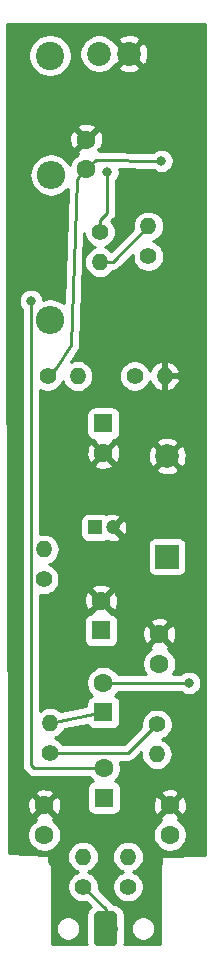
<source format=gbr>
G04 #@! TF.GenerationSoftware,KiCad,Pcbnew,(5.1.2-1)-1*
G04 #@! TF.CreationDate,2021-10-11T17:55:13-04:00*
G04 #@! TF.ProjectId,opAmp Mic,6f70416d-7020-44d6-9963-2e6b69636164,rev?*
G04 #@! TF.SameCoordinates,Original*
G04 #@! TF.FileFunction,Copper,L2,Bot*
G04 #@! TF.FilePolarity,Positive*
%FSLAX46Y46*%
G04 Gerber Fmt 4.6, Leading zero omitted, Abs format (unit mm)*
G04 Created by KiCad (PCBNEW (5.1.2-1)-1) date 2021-10-11 17:55:13*
%MOMM*%
%LPD*%
G04 APERTURE LIST*
%ADD10R,2.000000X2.000000*%
%ADD11C,2.000000*%
%ADD12O,2.400000X2.400000*%
%ADD13C,2.400000*%
%ADD14C,1.600000*%
%ADD15C,0.100000*%
%ADD16C,1.998980*%
%ADD17C,2.020000*%
%ADD18O,1.400000X1.400000*%
%ADD19C,1.400000*%
%ADD20R,1.600000X1.600000*%
%ADD21R,1.200000X1.200000*%
%ADD22C,1.200000*%
%ADD23C,0.800000*%
%ADD24C,0.250000*%
%ADD25C,0.254000*%
G04 APERTURE END LIST*
D10*
X124206000Y-106934000D03*
D11*
X124231400Y-98425000D03*
D12*
X114300000Y-86916000D03*
D13*
X114300000Y-64516000D03*
D12*
X114376200Y-74625200D03*
D14*
X117373400Y-74128000D03*
X117373400Y-71628000D03*
X123545600Y-116001800D03*
X123545600Y-113501800D03*
X113817400Y-130505200D03*
X113817400Y-128005200D03*
X124434600Y-127979800D03*
X124434600Y-130479800D03*
D15*
G36*
X119547729Y-136932406D02*
G01*
X119596240Y-136939602D01*
X119643813Y-136951519D01*
X119689989Y-136968041D01*
X119734323Y-136989009D01*
X119776388Y-137014222D01*
X119815780Y-137043437D01*
X119852118Y-137076372D01*
X119885053Y-137112710D01*
X119914268Y-137152102D01*
X119939481Y-137194167D01*
X119960449Y-137238501D01*
X119976971Y-137284677D01*
X119988888Y-137332250D01*
X119996084Y-137380761D01*
X119998490Y-137429745D01*
X119998490Y-139430255D01*
X119996084Y-139479239D01*
X119988888Y-139527750D01*
X119976971Y-139575323D01*
X119960449Y-139621499D01*
X119939481Y-139665833D01*
X119914268Y-139707898D01*
X119885053Y-139747290D01*
X119852118Y-139783628D01*
X119815780Y-139816563D01*
X119776388Y-139845778D01*
X119734323Y-139870991D01*
X119689989Y-139891959D01*
X119643813Y-139908481D01*
X119596240Y-139920398D01*
X119547729Y-139927594D01*
X119498745Y-139930000D01*
X118499255Y-139930000D01*
X118450271Y-139927594D01*
X118401760Y-139920398D01*
X118354187Y-139908481D01*
X118308011Y-139891959D01*
X118263677Y-139870991D01*
X118221612Y-139845778D01*
X118182220Y-139816563D01*
X118145882Y-139783628D01*
X118112947Y-139747290D01*
X118083732Y-139707898D01*
X118058519Y-139665833D01*
X118037551Y-139621499D01*
X118021029Y-139575323D01*
X118009112Y-139527750D01*
X118001916Y-139479239D01*
X117999510Y-139430255D01*
X117999510Y-137429745D01*
X118001916Y-137380761D01*
X118009112Y-137332250D01*
X118021029Y-137284677D01*
X118037551Y-137238501D01*
X118058519Y-137194167D01*
X118083732Y-137152102D01*
X118112947Y-137112710D01*
X118145882Y-137076372D01*
X118182220Y-137043437D01*
X118221612Y-137014222D01*
X118263677Y-136989009D01*
X118308011Y-136968041D01*
X118354187Y-136951519D01*
X118401760Y-136939602D01*
X118450271Y-136932406D01*
X118499255Y-136930000D01*
X119498745Y-136930000D01*
X119547729Y-136932406D01*
X119547729Y-136932406D01*
G37*
D16*
X118999000Y-138430000D03*
D17*
X120980200Y-64363600D03*
X118440200Y-64363600D03*
D18*
X118516400Y-81991200D03*
D19*
X118516400Y-79451200D03*
X122631200Y-81508600D03*
D18*
X122631200Y-78968600D03*
X116636800Y-91643200D03*
D19*
X114096800Y-91643200D03*
X121462800Y-91643200D03*
D18*
X124002800Y-91643200D03*
D19*
X113766600Y-108864400D03*
D18*
X113766600Y-106324400D03*
X123342400Y-123672600D03*
D19*
X123342400Y-121132600D03*
X114300000Y-123545600D03*
D18*
X114300000Y-121005600D03*
X120904000Y-132334000D03*
D19*
X120904000Y-134874000D03*
X117094000Y-134874000D03*
D18*
X117094000Y-132334000D03*
D20*
X118821200Y-95656400D03*
D14*
X118821200Y-98156400D03*
X118872000Y-124855600D03*
D20*
X118872000Y-127355600D03*
X118821200Y-120116600D03*
D14*
X118821200Y-117616600D03*
D20*
X118618000Y-113182400D03*
D14*
X118618000Y-110682400D03*
D21*
X118110000Y-104470200D03*
D22*
X119610000Y-104470200D03*
D23*
X123723400Y-73431400D03*
X112674400Y-85293200D03*
X119151400Y-74371200D03*
X126085600Y-117627400D03*
D24*
X123748800Y-73431400D02*
X123748800Y-73431400D01*
X114796799Y-90943201D02*
X114096800Y-91643200D01*
X116103400Y-89027000D02*
X114796799Y-90943201D01*
X117373400Y-74128000D02*
X116573401Y-74927999D01*
X116573401Y-74927999D02*
X116103400Y-89027000D01*
X118173399Y-73328001D02*
X117373400Y-74128000D01*
X123723400Y-73431400D02*
X118173399Y-73328001D01*
X112674400Y-85293200D02*
X112674400Y-124587000D01*
X118872000Y-124855600D02*
X112943000Y-124855600D01*
X112943000Y-124855600D02*
X112674400Y-124587000D01*
X118516400Y-78461251D02*
X119151400Y-77826251D01*
X118516400Y-79451200D02*
X118516400Y-78461251D01*
X119151400Y-77826251D02*
X119151400Y-74371200D01*
X114300000Y-121005600D02*
X118821200Y-120116600D01*
X119952570Y-117616600D02*
X119963370Y-117627400D01*
X118821200Y-117616600D02*
X119952570Y-117616600D01*
X119963370Y-117627400D02*
X126085600Y-117627400D01*
X120904000Y-123545600D02*
X123342400Y-121132600D01*
X114300000Y-123545600D02*
X120904000Y-123545600D01*
X118999000Y-136779000D02*
X117094000Y-134874000D01*
X118999000Y-138430000D02*
X118999000Y-136779000D01*
X118516400Y-81991200D02*
X119608600Y-81991200D01*
X122631200Y-78968600D02*
X119608600Y-81991200D01*
D25*
G36*
X127381000Y-132209583D02*
G01*
X123796991Y-132283227D01*
X123772270Y-132286176D01*
X123748599Y-132293890D01*
X123726888Y-132306075D01*
X123707972Y-132322261D01*
X123692576Y-132341827D01*
X123681294Y-132364020D01*
X123674558Y-132387988D01*
X123672612Y-132408490D01*
X123664657Y-132999181D01*
X123623072Y-133076980D01*
X123582473Y-133210816D01*
X123568765Y-133350000D01*
X123572200Y-133384877D01*
X123572201Y-139752000D01*
X120584435Y-139752000D01*
X120614699Y-139652232D01*
X120636562Y-139430255D01*
X120636562Y-138328056D01*
X121138950Y-138328056D01*
X121138950Y-138531944D01*
X121178727Y-138731913D01*
X121256751Y-138920280D01*
X121370024Y-139089806D01*
X121514194Y-139233976D01*
X121683720Y-139347249D01*
X121872087Y-139425273D01*
X122072056Y-139465050D01*
X122275944Y-139465050D01*
X122475913Y-139425273D01*
X122664280Y-139347249D01*
X122833806Y-139233976D01*
X122977976Y-139089806D01*
X123091249Y-138920280D01*
X123169273Y-138731913D01*
X123209050Y-138531944D01*
X123209050Y-138328056D01*
X123169273Y-138128087D01*
X123091249Y-137939720D01*
X122977976Y-137770194D01*
X122833806Y-137626024D01*
X122664280Y-137512751D01*
X122475913Y-137434727D01*
X122275944Y-137394950D01*
X122072056Y-137394950D01*
X121872087Y-137434727D01*
X121683720Y-137512751D01*
X121514194Y-137626024D01*
X121370024Y-137770194D01*
X121256751Y-137939720D01*
X121178727Y-138128087D01*
X121138950Y-138328056D01*
X120636562Y-138328056D01*
X120636562Y-137429745D01*
X120614699Y-137207768D01*
X120549951Y-136994321D01*
X120444805Y-136797608D01*
X120303303Y-136625187D01*
X120130882Y-136483685D01*
X119934169Y-136378539D01*
X119720722Y-136313791D01*
X119589799Y-136300896D01*
X119539001Y-136238999D01*
X119510003Y-136215201D01*
X118407645Y-135112844D01*
X118429000Y-135005486D01*
X118429000Y-134742514D01*
X118377696Y-134484595D01*
X118277061Y-134241641D01*
X118130962Y-134022987D01*
X117945013Y-133837038D01*
X117726359Y-133690939D01*
X117512172Y-133602220D01*
X117607354Y-133573347D01*
X117839275Y-133449382D01*
X118042555Y-133282555D01*
X118209382Y-133079275D01*
X118333347Y-132847354D01*
X118409683Y-132595706D01*
X118435459Y-132334000D01*
X119562541Y-132334000D01*
X119588317Y-132595706D01*
X119664653Y-132847354D01*
X119788618Y-133079275D01*
X119955445Y-133282555D01*
X120158725Y-133449382D01*
X120390646Y-133573347D01*
X120485828Y-133602220D01*
X120271641Y-133690939D01*
X120052987Y-133837038D01*
X119867038Y-134022987D01*
X119720939Y-134241641D01*
X119620304Y-134484595D01*
X119569000Y-134742514D01*
X119569000Y-135005486D01*
X119620304Y-135263405D01*
X119720939Y-135506359D01*
X119867038Y-135725013D01*
X120052987Y-135910962D01*
X120271641Y-136057061D01*
X120514595Y-136157696D01*
X120772514Y-136209000D01*
X121035486Y-136209000D01*
X121293405Y-136157696D01*
X121536359Y-136057061D01*
X121755013Y-135910962D01*
X121940962Y-135725013D01*
X122087061Y-135506359D01*
X122187696Y-135263405D01*
X122239000Y-135005486D01*
X122239000Y-134742514D01*
X122187696Y-134484595D01*
X122087061Y-134241641D01*
X121940962Y-134022987D01*
X121755013Y-133837038D01*
X121536359Y-133690939D01*
X121322172Y-133602220D01*
X121417354Y-133573347D01*
X121649275Y-133449382D01*
X121852555Y-133282555D01*
X122019382Y-133079275D01*
X122143347Y-132847354D01*
X122219683Y-132595706D01*
X122245459Y-132334000D01*
X122219683Y-132072294D01*
X122143347Y-131820646D01*
X122019382Y-131588725D01*
X121852555Y-131385445D01*
X121649275Y-131218618D01*
X121417354Y-131094653D01*
X121165706Y-131018317D01*
X120969579Y-130999000D01*
X120838421Y-130999000D01*
X120642294Y-131018317D01*
X120390646Y-131094653D01*
X120158725Y-131218618D01*
X119955445Y-131385445D01*
X119788618Y-131588725D01*
X119664653Y-131820646D01*
X119588317Y-132072294D01*
X119562541Y-132334000D01*
X118435459Y-132334000D01*
X118409683Y-132072294D01*
X118333347Y-131820646D01*
X118209382Y-131588725D01*
X118042555Y-131385445D01*
X117839275Y-131218618D01*
X117607354Y-131094653D01*
X117355706Y-131018317D01*
X117159579Y-130999000D01*
X117028421Y-130999000D01*
X116832294Y-131018317D01*
X116580646Y-131094653D01*
X116348725Y-131218618D01*
X116145445Y-131385445D01*
X115978618Y-131588725D01*
X115854653Y-131820646D01*
X115778317Y-132072294D01*
X115752541Y-132334000D01*
X115778317Y-132595706D01*
X115854653Y-132847354D01*
X115978618Y-133079275D01*
X116145445Y-133282555D01*
X116348725Y-133449382D01*
X116580646Y-133573347D01*
X116675828Y-133602220D01*
X116461641Y-133690939D01*
X116242987Y-133837038D01*
X116057038Y-134022987D01*
X115910939Y-134241641D01*
X115810304Y-134484595D01*
X115759000Y-134742514D01*
X115759000Y-135005486D01*
X115810304Y-135263405D01*
X115910939Y-135506359D01*
X116057038Y-135725013D01*
X116242987Y-135910962D01*
X116461641Y-136057061D01*
X116704595Y-136157696D01*
X116962514Y-136209000D01*
X117225486Y-136209000D01*
X117332844Y-136187645D01*
X117736269Y-136591070D01*
X117694697Y-136625187D01*
X117553195Y-136797608D01*
X117448049Y-136994321D01*
X117383301Y-137207768D01*
X117361438Y-137429745D01*
X117361438Y-139430255D01*
X117383301Y-139652232D01*
X117413565Y-139752000D01*
X114476600Y-139752000D01*
X114476600Y-138328056D01*
X114788950Y-138328056D01*
X114788950Y-138531944D01*
X114828727Y-138731913D01*
X114906751Y-138920280D01*
X115020024Y-139089806D01*
X115164194Y-139233976D01*
X115333720Y-139347249D01*
X115522087Y-139425273D01*
X115722056Y-139465050D01*
X115925944Y-139465050D01*
X116125913Y-139425273D01*
X116314280Y-139347249D01*
X116483806Y-139233976D01*
X116627976Y-139089806D01*
X116741249Y-138920280D01*
X116819273Y-138731913D01*
X116859050Y-138531944D01*
X116859050Y-138328056D01*
X116819273Y-138128087D01*
X116741249Y-137939720D01*
X116627976Y-137770194D01*
X116483806Y-137626024D01*
X116314280Y-137512751D01*
X116125913Y-137434727D01*
X115925944Y-137394950D01*
X115722056Y-137394950D01*
X115522087Y-137434727D01*
X115333720Y-137512751D01*
X115164194Y-137626024D01*
X115020024Y-137770194D01*
X114906751Y-137939720D01*
X114828727Y-138128087D01*
X114788950Y-138328056D01*
X114476600Y-138328056D01*
X114476600Y-133435677D01*
X114480035Y-133400800D01*
X114466327Y-133261616D01*
X114425728Y-133127780D01*
X114359800Y-133004437D01*
X114271075Y-132896325D01*
X114196729Y-132835311D01*
X114198399Y-132334423D01*
X114196042Y-132309639D01*
X114188894Y-132285791D01*
X114177231Y-132263795D01*
X114161501Y-132244497D01*
X114142309Y-132228639D01*
X114120392Y-132216830D01*
X114096592Y-132209524D01*
X114077176Y-132207131D01*
X110846864Y-132060061D01*
X110841322Y-130363865D01*
X112382400Y-130363865D01*
X112382400Y-130646535D01*
X112437547Y-130923774D01*
X112545720Y-131184927D01*
X112702763Y-131419959D01*
X112902641Y-131619837D01*
X113137673Y-131776880D01*
X113398826Y-131885053D01*
X113676065Y-131940200D01*
X113958735Y-131940200D01*
X114235974Y-131885053D01*
X114497127Y-131776880D01*
X114732159Y-131619837D01*
X114932037Y-131419959D01*
X115089080Y-131184927D01*
X115197253Y-130923774D01*
X115252400Y-130646535D01*
X115252400Y-130363865D01*
X115247348Y-130338465D01*
X122999600Y-130338465D01*
X122999600Y-130621135D01*
X123054747Y-130898374D01*
X123162920Y-131159527D01*
X123319963Y-131394559D01*
X123519841Y-131594437D01*
X123754873Y-131751480D01*
X124016026Y-131859653D01*
X124293265Y-131914800D01*
X124575935Y-131914800D01*
X124853174Y-131859653D01*
X125114327Y-131751480D01*
X125349359Y-131594437D01*
X125549237Y-131394559D01*
X125706280Y-131159527D01*
X125814453Y-130898374D01*
X125869600Y-130621135D01*
X125869600Y-130338465D01*
X125814453Y-130061226D01*
X125706280Y-129800073D01*
X125549237Y-129565041D01*
X125349359Y-129365163D01*
X125148731Y-129231108D01*
X125176114Y-129216471D01*
X125247697Y-128972502D01*
X124434600Y-128159405D01*
X123621503Y-128972502D01*
X123693086Y-129216471D01*
X123721941Y-129230124D01*
X123519841Y-129365163D01*
X123319963Y-129565041D01*
X123162920Y-129800073D01*
X123054747Y-130061226D01*
X122999600Y-130338465D01*
X115247348Y-130338465D01*
X115197253Y-130086626D01*
X115089080Y-129825473D01*
X114932037Y-129590441D01*
X114732159Y-129390563D01*
X114531531Y-129256508D01*
X114558914Y-129241871D01*
X114630497Y-128997902D01*
X113817400Y-128184805D01*
X113004303Y-128997902D01*
X113075886Y-129241871D01*
X113104741Y-129255524D01*
X112902641Y-129390563D01*
X112702763Y-129590441D01*
X112545720Y-129825473D01*
X112437547Y-130086626D01*
X112382400Y-130363865D01*
X110841322Y-130363865D01*
X110833844Y-128075712D01*
X112377183Y-128075712D01*
X112418613Y-128355330D01*
X112513797Y-128621492D01*
X112580729Y-128746714D01*
X112824698Y-128818297D01*
X113637795Y-128005200D01*
X113997005Y-128005200D01*
X114810102Y-128818297D01*
X115054071Y-128746714D01*
X115174971Y-128491204D01*
X115243700Y-128217016D01*
X115257617Y-127934688D01*
X115216187Y-127655070D01*
X115121003Y-127388908D01*
X115054071Y-127263686D01*
X114810102Y-127192103D01*
X113997005Y-128005200D01*
X113637795Y-128005200D01*
X112824698Y-127192103D01*
X112580729Y-127263686D01*
X112459829Y-127519196D01*
X112391100Y-127793384D01*
X112377183Y-128075712D01*
X110833844Y-128075712D01*
X110830370Y-127012498D01*
X113004303Y-127012498D01*
X113817400Y-127825595D01*
X114630497Y-127012498D01*
X114558914Y-126768529D01*
X114303404Y-126647629D01*
X114029216Y-126578900D01*
X113746888Y-126564983D01*
X113467270Y-126606413D01*
X113201108Y-126701597D01*
X113075886Y-126768529D01*
X113004303Y-127012498D01*
X110830370Y-127012498D01*
X110693698Y-85191261D01*
X111639400Y-85191261D01*
X111639400Y-85395139D01*
X111679174Y-85595098D01*
X111757195Y-85783456D01*
X111870463Y-85952974D01*
X111914400Y-85996911D01*
X111914401Y-124549667D01*
X111910724Y-124587000D01*
X111925398Y-124735985D01*
X111968854Y-124879246D01*
X112039426Y-125011276D01*
X112110601Y-125098002D01*
X112134400Y-125127001D01*
X112163398Y-125150799D01*
X112379196Y-125366597D01*
X112402999Y-125395601D01*
X112518724Y-125490574D01*
X112650753Y-125561146D01*
X112794014Y-125604603D01*
X112905667Y-125615600D01*
X112905675Y-125615600D01*
X112943000Y-125619276D01*
X112980325Y-125615600D01*
X117653957Y-125615600D01*
X117757363Y-125770359D01*
X117923943Y-125936939D01*
X117827820Y-125966098D01*
X117717506Y-126025063D01*
X117620815Y-126104415D01*
X117541463Y-126201106D01*
X117482498Y-126311420D01*
X117446188Y-126431118D01*
X117433928Y-126555600D01*
X117433928Y-128155600D01*
X117446188Y-128280082D01*
X117482498Y-128399780D01*
X117541463Y-128510094D01*
X117620815Y-128606785D01*
X117717506Y-128686137D01*
X117827820Y-128745102D01*
X117947518Y-128781412D01*
X118072000Y-128793672D01*
X119672000Y-128793672D01*
X119796482Y-128781412D01*
X119916180Y-128745102D01*
X120026494Y-128686137D01*
X120123185Y-128606785D01*
X120202537Y-128510094D01*
X120261502Y-128399780D01*
X120297812Y-128280082D01*
X120310072Y-128155600D01*
X120310072Y-128050312D01*
X122994383Y-128050312D01*
X123035813Y-128329930D01*
X123130997Y-128596092D01*
X123197929Y-128721314D01*
X123441898Y-128792897D01*
X124254995Y-127979800D01*
X124614205Y-127979800D01*
X125427302Y-128792897D01*
X125671271Y-128721314D01*
X125792171Y-128465804D01*
X125860900Y-128191616D01*
X125874817Y-127909288D01*
X125833387Y-127629670D01*
X125738203Y-127363508D01*
X125671271Y-127238286D01*
X125427302Y-127166703D01*
X124614205Y-127979800D01*
X124254995Y-127979800D01*
X123441898Y-127166703D01*
X123197929Y-127238286D01*
X123077029Y-127493796D01*
X123008300Y-127767984D01*
X122994383Y-128050312D01*
X120310072Y-128050312D01*
X120310072Y-126987098D01*
X123621503Y-126987098D01*
X124434600Y-127800195D01*
X125247697Y-126987098D01*
X125176114Y-126743129D01*
X124920604Y-126622229D01*
X124646416Y-126553500D01*
X124364088Y-126539583D01*
X124084470Y-126581013D01*
X123818308Y-126676197D01*
X123693086Y-126743129D01*
X123621503Y-126987098D01*
X120310072Y-126987098D01*
X120310072Y-126555600D01*
X120297812Y-126431118D01*
X120261502Y-126311420D01*
X120202537Y-126201106D01*
X120123185Y-126104415D01*
X120026494Y-126025063D01*
X119916180Y-125966098D01*
X119820057Y-125936939D01*
X119986637Y-125770359D01*
X120143680Y-125535327D01*
X120251853Y-125274174D01*
X120307000Y-124996935D01*
X120307000Y-124714265D01*
X120251853Y-124437026D01*
X120197415Y-124305600D01*
X120864678Y-124305600D01*
X120900002Y-124309266D01*
X120939332Y-124305600D01*
X120941333Y-124305600D01*
X120976642Y-124302122D01*
X121049062Y-124295372D01*
X121050983Y-124294800D01*
X121052986Y-124294603D01*
X121122852Y-124273410D01*
X121192548Y-124252666D01*
X121194321Y-124251730D01*
X121196247Y-124251146D01*
X121260658Y-124216717D01*
X121324945Y-124182786D01*
X121326500Y-124181523D01*
X121328276Y-124180574D01*
X121384696Y-124134271D01*
X121412043Y-124112067D01*
X121413457Y-124110668D01*
X121444001Y-124085601D01*
X121466538Y-124058140D01*
X122016579Y-123513829D01*
X122000941Y-123672600D01*
X122026717Y-123934306D01*
X122103053Y-124185954D01*
X122227018Y-124417875D01*
X122393845Y-124621155D01*
X122597125Y-124787982D01*
X122829046Y-124911947D01*
X123080694Y-124988283D01*
X123276821Y-125007600D01*
X123407979Y-125007600D01*
X123604106Y-124988283D01*
X123855754Y-124911947D01*
X124087675Y-124787982D01*
X124290955Y-124621155D01*
X124457782Y-124417875D01*
X124581747Y-124185954D01*
X124658083Y-123934306D01*
X124683859Y-123672600D01*
X124658083Y-123410894D01*
X124581747Y-123159246D01*
X124457782Y-122927325D01*
X124290955Y-122724045D01*
X124087675Y-122557218D01*
X123855754Y-122433253D01*
X123760572Y-122404380D01*
X123974759Y-122315661D01*
X124193413Y-122169562D01*
X124379362Y-121983613D01*
X124525461Y-121764959D01*
X124626096Y-121522005D01*
X124677400Y-121264086D01*
X124677400Y-121001114D01*
X124626096Y-120743195D01*
X124525461Y-120500241D01*
X124379362Y-120281587D01*
X124193413Y-120095638D01*
X123974759Y-119949539D01*
X123731805Y-119848904D01*
X123473886Y-119797600D01*
X123210914Y-119797600D01*
X122952995Y-119848904D01*
X122710041Y-119949539D01*
X122491387Y-120095638D01*
X122305438Y-120281587D01*
X122159339Y-120500241D01*
X122058704Y-120743195D01*
X122007400Y-121001114D01*
X122007400Y-121264086D01*
X122027409Y-121364675D01*
X120591527Y-122785600D01*
X115397775Y-122785600D01*
X115336962Y-122694587D01*
X115151013Y-122508638D01*
X114932359Y-122362539D01*
X114718172Y-122273820D01*
X114813354Y-122244947D01*
X115045275Y-122120982D01*
X115248555Y-121954155D01*
X115415382Y-121750875D01*
X115528891Y-121538516D01*
X117433434Y-121164028D01*
X117490663Y-121271094D01*
X117570015Y-121367785D01*
X117666706Y-121447137D01*
X117777020Y-121506102D01*
X117896718Y-121542412D01*
X118021200Y-121554672D01*
X119621200Y-121554672D01*
X119745682Y-121542412D01*
X119865380Y-121506102D01*
X119975694Y-121447137D01*
X120072385Y-121367785D01*
X120151737Y-121271094D01*
X120210702Y-121160780D01*
X120247012Y-121041082D01*
X120259272Y-120916600D01*
X120259272Y-119316600D01*
X120247012Y-119192118D01*
X120210702Y-119072420D01*
X120151737Y-118962106D01*
X120072385Y-118865415D01*
X119975694Y-118786063D01*
X119865380Y-118727098D01*
X119769257Y-118697939D01*
X119935837Y-118531359D01*
X120032027Y-118387400D01*
X125381889Y-118387400D01*
X125425826Y-118431337D01*
X125595344Y-118544605D01*
X125783702Y-118622626D01*
X125983661Y-118662400D01*
X126187539Y-118662400D01*
X126387498Y-118622626D01*
X126575856Y-118544605D01*
X126745374Y-118431337D01*
X126889537Y-118287174D01*
X127002805Y-118117656D01*
X127080826Y-117929298D01*
X127120600Y-117729339D01*
X127120600Y-117525461D01*
X127080826Y-117325502D01*
X127002805Y-117137144D01*
X126889537Y-116967626D01*
X126745374Y-116823463D01*
X126575856Y-116710195D01*
X126387498Y-116632174D01*
X126187539Y-116592400D01*
X125983661Y-116592400D01*
X125783702Y-116632174D01*
X125595344Y-116710195D01*
X125425826Y-116823463D01*
X125381889Y-116867400D01*
X124693084Y-116867400D01*
X124817280Y-116681527D01*
X124925453Y-116420374D01*
X124980600Y-116143135D01*
X124980600Y-115860465D01*
X124925453Y-115583226D01*
X124817280Y-115322073D01*
X124660237Y-115087041D01*
X124460359Y-114887163D01*
X124259731Y-114753108D01*
X124287114Y-114738471D01*
X124358697Y-114494502D01*
X123545600Y-113681405D01*
X122732503Y-114494502D01*
X122804086Y-114738471D01*
X122832941Y-114752124D01*
X122630841Y-114887163D01*
X122430963Y-115087041D01*
X122273920Y-115322073D01*
X122165747Y-115583226D01*
X122110600Y-115860465D01*
X122110600Y-116143135D01*
X122165747Y-116420374D01*
X122273920Y-116681527D01*
X122398116Y-116867400D01*
X120099556Y-116867400D01*
X120042719Y-116861802D01*
X119935837Y-116701841D01*
X119735959Y-116501963D01*
X119500927Y-116344920D01*
X119239774Y-116236747D01*
X118962535Y-116181600D01*
X118679865Y-116181600D01*
X118402626Y-116236747D01*
X118141473Y-116344920D01*
X117906441Y-116501963D01*
X117706563Y-116701841D01*
X117549520Y-116936873D01*
X117441347Y-117198026D01*
X117386200Y-117475265D01*
X117386200Y-117757935D01*
X117441347Y-118035174D01*
X117549520Y-118296327D01*
X117706563Y-118531359D01*
X117873143Y-118697939D01*
X117777020Y-118727098D01*
X117666706Y-118786063D01*
X117570015Y-118865415D01*
X117490663Y-118962106D01*
X117431698Y-119072420D01*
X117395388Y-119192118D01*
X117383128Y-119316600D01*
X117383128Y-119624815D01*
X115236257Y-120046953D01*
X115045275Y-119890218D01*
X114813354Y-119766253D01*
X114561706Y-119689917D01*
X114365579Y-119670600D01*
X114234421Y-119670600D01*
X114038294Y-119689917D01*
X113786646Y-119766253D01*
X113554725Y-119890218D01*
X113434400Y-119988966D01*
X113434400Y-112382400D01*
X117179928Y-112382400D01*
X117179928Y-113982400D01*
X117192188Y-114106882D01*
X117228498Y-114226580D01*
X117287463Y-114336894D01*
X117366815Y-114433585D01*
X117463506Y-114512937D01*
X117573820Y-114571902D01*
X117693518Y-114608212D01*
X117818000Y-114620472D01*
X119418000Y-114620472D01*
X119542482Y-114608212D01*
X119662180Y-114571902D01*
X119772494Y-114512937D01*
X119869185Y-114433585D01*
X119948537Y-114336894D01*
X120007502Y-114226580D01*
X120043812Y-114106882D01*
X120056072Y-113982400D01*
X120056072Y-113572312D01*
X122105383Y-113572312D01*
X122146813Y-113851930D01*
X122241997Y-114118092D01*
X122308929Y-114243314D01*
X122552898Y-114314897D01*
X123365995Y-113501800D01*
X123725205Y-113501800D01*
X124538302Y-114314897D01*
X124782271Y-114243314D01*
X124903171Y-113987804D01*
X124971900Y-113713616D01*
X124985817Y-113431288D01*
X124944387Y-113151670D01*
X124849203Y-112885508D01*
X124782271Y-112760286D01*
X124538302Y-112688703D01*
X123725205Y-113501800D01*
X123365995Y-113501800D01*
X122552898Y-112688703D01*
X122308929Y-112760286D01*
X122188029Y-113015796D01*
X122119300Y-113289984D01*
X122105383Y-113572312D01*
X120056072Y-113572312D01*
X120056072Y-112509098D01*
X122732503Y-112509098D01*
X123545600Y-113322195D01*
X124358697Y-112509098D01*
X124287114Y-112265129D01*
X124031604Y-112144229D01*
X123757416Y-112075500D01*
X123475088Y-112061583D01*
X123195470Y-112103013D01*
X122929308Y-112198197D01*
X122804086Y-112265129D01*
X122732503Y-112509098D01*
X120056072Y-112509098D01*
X120056072Y-112382400D01*
X120043812Y-112257918D01*
X120007502Y-112138220D01*
X119948537Y-112027906D01*
X119869185Y-111931215D01*
X119772494Y-111851863D01*
X119662180Y-111792898D01*
X119542482Y-111756588D01*
X119418000Y-111744328D01*
X119410785Y-111744328D01*
X119431097Y-111675102D01*
X118618000Y-110862005D01*
X117804903Y-111675102D01*
X117825215Y-111744328D01*
X117818000Y-111744328D01*
X117693518Y-111756588D01*
X117573820Y-111792898D01*
X117463506Y-111851863D01*
X117366815Y-111931215D01*
X117287463Y-112027906D01*
X117228498Y-112138220D01*
X117192188Y-112257918D01*
X117179928Y-112382400D01*
X113434400Y-112382400D01*
X113434400Y-110752912D01*
X117177783Y-110752912D01*
X117219213Y-111032530D01*
X117314397Y-111298692D01*
X117381329Y-111423914D01*
X117625298Y-111495497D01*
X118438395Y-110682400D01*
X118797605Y-110682400D01*
X119610702Y-111495497D01*
X119854671Y-111423914D01*
X119975571Y-111168404D01*
X120044300Y-110894216D01*
X120058217Y-110611888D01*
X120016787Y-110332270D01*
X119921603Y-110066108D01*
X119854671Y-109940886D01*
X119610702Y-109869303D01*
X118797605Y-110682400D01*
X118438395Y-110682400D01*
X117625298Y-109869303D01*
X117381329Y-109940886D01*
X117260429Y-110196396D01*
X117191700Y-110470584D01*
X117177783Y-110752912D01*
X113434400Y-110752912D01*
X113434400Y-110159475D01*
X113635114Y-110199400D01*
X113898086Y-110199400D01*
X114156005Y-110148096D01*
X114398959Y-110047461D01*
X114617613Y-109901362D01*
X114803562Y-109715413D01*
X114820744Y-109689698D01*
X117804903Y-109689698D01*
X118618000Y-110502795D01*
X119431097Y-109689698D01*
X119359514Y-109445729D01*
X119104004Y-109324829D01*
X118829816Y-109256100D01*
X118547488Y-109242183D01*
X118267870Y-109283613D01*
X118001708Y-109378797D01*
X117876486Y-109445729D01*
X117804903Y-109689698D01*
X114820744Y-109689698D01*
X114949661Y-109496759D01*
X115050296Y-109253805D01*
X115101600Y-108995886D01*
X115101600Y-108732914D01*
X115050296Y-108474995D01*
X114949661Y-108232041D01*
X114803562Y-108013387D01*
X114617613Y-107827438D01*
X114398959Y-107681339D01*
X114184772Y-107592620D01*
X114279954Y-107563747D01*
X114511875Y-107439782D01*
X114715155Y-107272955D01*
X114881982Y-107069675D01*
X115005947Y-106837754D01*
X115082283Y-106586106D01*
X115108059Y-106324400D01*
X115082283Y-106062694D01*
X115043245Y-105934000D01*
X122567928Y-105934000D01*
X122567928Y-107934000D01*
X122580188Y-108058482D01*
X122616498Y-108178180D01*
X122675463Y-108288494D01*
X122754815Y-108385185D01*
X122851506Y-108464537D01*
X122961820Y-108523502D01*
X123081518Y-108559812D01*
X123206000Y-108572072D01*
X125206000Y-108572072D01*
X125330482Y-108559812D01*
X125450180Y-108523502D01*
X125560494Y-108464537D01*
X125657185Y-108385185D01*
X125736537Y-108288494D01*
X125795502Y-108178180D01*
X125831812Y-108058482D01*
X125844072Y-107934000D01*
X125844072Y-105934000D01*
X125831812Y-105809518D01*
X125795502Y-105689820D01*
X125736537Y-105579506D01*
X125657185Y-105482815D01*
X125560494Y-105403463D01*
X125450180Y-105344498D01*
X125330482Y-105308188D01*
X125206000Y-105295928D01*
X123206000Y-105295928D01*
X123081518Y-105308188D01*
X122961820Y-105344498D01*
X122851506Y-105403463D01*
X122754815Y-105482815D01*
X122675463Y-105579506D01*
X122616498Y-105689820D01*
X122580188Y-105809518D01*
X122567928Y-105934000D01*
X115043245Y-105934000D01*
X115005947Y-105811046D01*
X114881982Y-105579125D01*
X114715155Y-105375845D01*
X114511875Y-105209018D01*
X114279954Y-105085053D01*
X114028306Y-105008717D01*
X113832179Y-104989400D01*
X113701021Y-104989400D01*
X113504894Y-105008717D01*
X113434400Y-105030101D01*
X113434400Y-103870200D01*
X116871928Y-103870200D01*
X116871928Y-105070200D01*
X116884188Y-105194682D01*
X116920498Y-105314380D01*
X116979463Y-105424694D01*
X117058815Y-105521385D01*
X117155506Y-105600737D01*
X117265820Y-105659702D01*
X117385518Y-105696012D01*
X117510000Y-105708272D01*
X118710000Y-105708272D01*
X118834482Y-105696012D01*
X118954180Y-105659702D01*
X119064494Y-105600737D01*
X119081681Y-105586632D01*
X119208516Y-105644437D01*
X119445313Y-105700200D01*
X119688438Y-105708695D01*
X119928549Y-105669595D01*
X120156418Y-105584402D01*
X120232852Y-105543548D01*
X120280159Y-105319964D01*
X119610000Y-104649805D01*
X119595858Y-104663948D01*
X119416253Y-104484343D01*
X119430395Y-104470200D01*
X119789605Y-104470200D01*
X120459764Y-105140359D01*
X120683348Y-105093052D01*
X120784237Y-104871684D01*
X120840000Y-104634887D01*
X120848495Y-104391762D01*
X120809395Y-104151651D01*
X120724202Y-103923782D01*
X120683348Y-103847348D01*
X120459764Y-103800041D01*
X119789605Y-104470200D01*
X119430395Y-104470200D01*
X119416253Y-104456058D01*
X119595858Y-104276453D01*
X119610000Y-104290595D01*
X120280159Y-103620436D01*
X120232852Y-103396852D01*
X120011484Y-103295963D01*
X119774687Y-103240200D01*
X119531562Y-103231705D01*
X119291451Y-103270805D01*
X119077883Y-103350651D01*
X119064494Y-103339663D01*
X118954180Y-103280698D01*
X118834482Y-103244388D01*
X118710000Y-103232128D01*
X117510000Y-103232128D01*
X117385518Y-103244388D01*
X117265820Y-103280698D01*
X117155506Y-103339663D01*
X117058815Y-103419015D01*
X116979463Y-103515706D01*
X116920498Y-103626020D01*
X116884188Y-103745718D01*
X116871928Y-103870200D01*
X113434400Y-103870200D01*
X113434400Y-99149102D01*
X118008103Y-99149102D01*
X118079686Y-99393071D01*
X118335196Y-99513971D01*
X118609384Y-99582700D01*
X118891712Y-99596617D01*
X119136058Y-99560413D01*
X123275592Y-99560413D01*
X123371356Y-99824814D01*
X123660971Y-99965704D01*
X123972508Y-100047384D01*
X124293995Y-100066718D01*
X124613075Y-100022961D01*
X124917488Y-99917795D01*
X125091444Y-99824814D01*
X125187208Y-99560413D01*
X124231400Y-98604605D01*
X123275592Y-99560413D01*
X119136058Y-99560413D01*
X119171330Y-99555187D01*
X119437492Y-99460003D01*
X119562714Y-99393071D01*
X119634297Y-99149102D01*
X118821200Y-98336005D01*
X118008103Y-99149102D01*
X113434400Y-99149102D01*
X113434400Y-98226912D01*
X117380983Y-98226912D01*
X117422413Y-98506530D01*
X117517597Y-98772692D01*
X117584529Y-98897914D01*
X117828498Y-98969497D01*
X118641595Y-98156400D01*
X119000805Y-98156400D01*
X119813902Y-98969497D01*
X120057871Y-98897914D01*
X120178771Y-98642404D01*
X120217576Y-98487595D01*
X122589682Y-98487595D01*
X122633439Y-98806675D01*
X122738605Y-99111088D01*
X122831586Y-99285044D01*
X123095987Y-99380808D01*
X124051795Y-98425000D01*
X124411005Y-98425000D01*
X125366813Y-99380808D01*
X125631214Y-99285044D01*
X125772104Y-98995429D01*
X125853784Y-98683892D01*
X125873118Y-98362405D01*
X125829361Y-98043325D01*
X125724195Y-97738912D01*
X125631214Y-97564956D01*
X125366813Y-97469192D01*
X124411005Y-98425000D01*
X124051795Y-98425000D01*
X123095987Y-97469192D01*
X122831586Y-97564956D01*
X122690696Y-97854571D01*
X122609016Y-98166108D01*
X122589682Y-98487595D01*
X120217576Y-98487595D01*
X120247500Y-98368216D01*
X120261417Y-98085888D01*
X120219987Y-97806270D01*
X120124803Y-97540108D01*
X120057871Y-97414886D01*
X119813902Y-97343303D01*
X119000805Y-98156400D01*
X118641595Y-98156400D01*
X117828498Y-97343303D01*
X117584529Y-97414886D01*
X117463629Y-97670396D01*
X117394900Y-97944584D01*
X117380983Y-98226912D01*
X113434400Y-98226912D01*
X113434400Y-94856400D01*
X117383128Y-94856400D01*
X117383128Y-96456400D01*
X117395388Y-96580882D01*
X117431698Y-96700580D01*
X117490663Y-96810894D01*
X117570015Y-96907585D01*
X117666706Y-96986937D01*
X117777020Y-97045902D01*
X117896718Y-97082212D01*
X118021200Y-97094472D01*
X118028415Y-97094472D01*
X118008103Y-97163698D01*
X118821200Y-97976795D01*
X119508408Y-97289587D01*
X123275592Y-97289587D01*
X124231400Y-98245395D01*
X125187208Y-97289587D01*
X125091444Y-97025186D01*
X124801829Y-96884296D01*
X124490292Y-96802616D01*
X124168805Y-96783282D01*
X123849725Y-96827039D01*
X123545312Y-96932205D01*
X123371356Y-97025186D01*
X123275592Y-97289587D01*
X119508408Y-97289587D01*
X119634297Y-97163698D01*
X119613985Y-97094472D01*
X119621200Y-97094472D01*
X119745682Y-97082212D01*
X119865380Y-97045902D01*
X119975694Y-96986937D01*
X120072385Y-96907585D01*
X120151737Y-96810894D01*
X120210702Y-96700580D01*
X120247012Y-96580882D01*
X120259272Y-96456400D01*
X120259272Y-94856400D01*
X120247012Y-94731918D01*
X120210702Y-94612220D01*
X120151737Y-94501906D01*
X120072385Y-94405215D01*
X119975694Y-94325863D01*
X119865380Y-94266898D01*
X119745682Y-94230588D01*
X119621200Y-94218328D01*
X118021200Y-94218328D01*
X117896718Y-94230588D01*
X117777020Y-94266898D01*
X117666706Y-94325863D01*
X117570015Y-94405215D01*
X117490663Y-94501906D01*
X117431698Y-94612220D01*
X117395388Y-94731918D01*
X117383128Y-94856400D01*
X113434400Y-94856400D01*
X113434400Y-92806188D01*
X113464441Y-92826261D01*
X113707395Y-92926896D01*
X113965314Y-92978200D01*
X114228286Y-92978200D01*
X114486205Y-92926896D01*
X114729159Y-92826261D01*
X114947813Y-92680162D01*
X115133762Y-92494213D01*
X115279861Y-92275559D01*
X115368580Y-92061372D01*
X115397453Y-92156554D01*
X115521418Y-92388475D01*
X115688245Y-92591755D01*
X115891525Y-92758582D01*
X116123446Y-92882547D01*
X116375094Y-92958883D01*
X116571221Y-92978200D01*
X116702379Y-92978200D01*
X116898506Y-92958883D01*
X117150154Y-92882547D01*
X117382075Y-92758582D01*
X117585355Y-92591755D01*
X117752182Y-92388475D01*
X117876147Y-92156554D01*
X117952483Y-91904906D01*
X117978259Y-91643200D01*
X117965309Y-91511714D01*
X120127800Y-91511714D01*
X120127800Y-91774686D01*
X120179104Y-92032605D01*
X120279739Y-92275559D01*
X120425838Y-92494213D01*
X120611787Y-92680162D01*
X120830441Y-92826261D01*
X121073395Y-92926896D01*
X121331314Y-92978200D01*
X121594286Y-92978200D01*
X121852205Y-92926896D01*
X122095159Y-92826261D01*
X122313813Y-92680162D01*
X122499762Y-92494213D01*
X122645861Y-92275559D01*
X122735294Y-92059650D01*
X122742753Y-92084244D01*
X122853008Y-92321592D01*
X123007449Y-92532870D01*
X123200140Y-92709959D01*
X123423677Y-92846053D01*
X123669470Y-92935922D01*
X123875800Y-92813401D01*
X123875800Y-91770200D01*
X124129800Y-91770200D01*
X124129800Y-92813401D01*
X124336130Y-92935922D01*
X124581923Y-92846053D01*
X124805460Y-92709959D01*
X124998151Y-92532870D01*
X125152592Y-92321592D01*
X125262847Y-92084244D01*
X125295516Y-91976529D01*
X125172174Y-91770200D01*
X124129800Y-91770200D01*
X123875800Y-91770200D01*
X123855800Y-91770200D01*
X123855800Y-91516200D01*
X123875800Y-91516200D01*
X123875800Y-90472999D01*
X124129800Y-90472999D01*
X124129800Y-91516200D01*
X125172174Y-91516200D01*
X125295516Y-91309871D01*
X125262847Y-91202156D01*
X125152592Y-90964808D01*
X124998151Y-90753530D01*
X124805460Y-90576441D01*
X124581923Y-90440347D01*
X124336130Y-90350478D01*
X124129800Y-90472999D01*
X123875800Y-90472999D01*
X123669470Y-90350478D01*
X123423677Y-90440347D01*
X123200140Y-90576441D01*
X123007449Y-90753530D01*
X122853008Y-90964808D01*
X122742753Y-91202156D01*
X122735294Y-91226750D01*
X122645861Y-91010841D01*
X122499762Y-90792187D01*
X122313813Y-90606238D01*
X122095159Y-90460139D01*
X121852205Y-90359504D01*
X121594286Y-90308200D01*
X121331314Y-90308200D01*
X121073395Y-90359504D01*
X120830441Y-90460139D01*
X120611787Y-90606238D01*
X120425838Y-90792187D01*
X120279739Y-91010841D01*
X120179104Y-91253795D01*
X120127800Y-91511714D01*
X117965309Y-91511714D01*
X117952483Y-91381494D01*
X117876147Y-91129846D01*
X117752182Y-90897925D01*
X117585355Y-90694645D01*
X117382075Y-90527818D01*
X117150154Y-90403853D01*
X116898506Y-90327517D01*
X116702379Y-90308200D01*
X116571221Y-90308200D01*
X116375094Y-90327517D01*
X116123446Y-90403853D01*
X116062055Y-90436667D01*
X116705152Y-89493531D01*
X116723885Y-89472196D01*
X116747216Y-89431841D01*
X116752349Y-89424314D01*
X116765902Y-89399522D01*
X116798817Y-89342591D01*
X116801769Y-89333911D01*
X116806165Y-89325870D01*
X116825850Y-89263109D01*
X116847023Y-89200858D01*
X116848224Y-89191776D01*
X116850969Y-89183025D01*
X116858030Y-89117637D01*
X116861734Y-89089633D01*
X116862038Y-89080527D01*
X116867042Y-89034184D01*
X116864525Y-89005904D01*
X117181400Y-79500340D01*
X117181400Y-79582686D01*
X117232704Y-79840605D01*
X117333339Y-80083559D01*
X117479438Y-80302213D01*
X117665387Y-80488162D01*
X117884041Y-80634261D01*
X118098228Y-80722980D01*
X118003046Y-80751853D01*
X117771125Y-80875818D01*
X117567845Y-81042645D01*
X117401018Y-81245925D01*
X117277053Y-81477846D01*
X117200717Y-81729494D01*
X117174941Y-81991200D01*
X117200717Y-82252906D01*
X117277053Y-82504554D01*
X117401018Y-82736475D01*
X117567845Y-82939755D01*
X117771125Y-83106582D01*
X118003046Y-83230547D01*
X118254694Y-83306883D01*
X118450821Y-83326200D01*
X118581979Y-83326200D01*
X118778106Y-83306883D01*
X119029754Y-83230547D01*
X119261675Y-83106582D01*
X119464955Y-82939755D01*
X119617391Y-82754010D01*
X119645922Y-82751200D01*
X119645933Y-82751200D01*
X119757586Y-82740203D01*
X119900847Y-82696746D01*
X120032876Y-82626174D01*
X120148601Y-82531201D01*
X120172404Y-82502197D01*
X121296200Y-81378401D01*
X121296200Y-81640086D01*
X121347504Y-81898005D01*
X121448139Y-82140959D01*
X121594238Y-82359613D01*
X121780187Y-82545562D01*
X121998841Y-82691661D01*
X122241795Y-82792296D01*
X122499714Y-82843600D01*
X122762686Y-82843600D01*
X123020605Y-82792296D01*
X123263559Y-82691661D01*
X123482213Y-82545562D01*
X123668162Y-82359613D01*
X123814261Y-82140959D01*
X123914896Y-81898005D01*
X123966200Y-81640086D01*
X123966200Y-81377114D01*
X123914896Y-81119195D01*
X123814261Y-80876241D01*
X123668162Y-80657587D01*
X123482213Y-80471638D01*
X123263559Y-80325539D01*
X123049372Y-80236820D01*
X123144554Y-80207947D01*
X123376475Y-80083982D01*
X123579755Y-79917155D01*
X123746582Y-79713875D01*
X123870547Y-79481954D01*
X123946883Y-79230306D01*
X123972659Y-78968600D01*
X123946883Y-78706894D01*
X123870547Y-78455246D01*
X123746582Y-78223325D01*
X123579755Y-78020045D01*
X123376475Y-77853218D01*
X123144554Y-77729253D01*
X122892906Y-77652917D01*
X122696779Y-77633600D01*
X122565621Y-77633600D01*
X122369494Y-77652917D01*
X122117846Y-77729253D01*
X121885925Y-77853218D01*
X121682645Y-78020045D01*
X121515818Y-78223325D01*
X121391853Y-78455246D01*
X121315517Y-78706894D01*
X121289741Y-78968600D01*
X121313650Y-79211348D01*
X119472798Y-81052201D01*
X119464955Y-81042645D01*
X119261675Y-80875818D01*
X119029754Y-80751853D01*
X118934572Y-80722980D01*
X119148759Y-80634261D01*
X119367413Y-80488162D01*
X119553362Y-80302213D01*
X119699461Y-80083559D01*
X119800096Y-79840605D01*
X119851400Y-79582686D01*
X119851400Y-79319714D01*
X119800096Y-79061795D01*
X119699461Y-78818841D01*
X119553362Y-78600187D01*
X119502814Y-78549639D01*
X119662404Y-78390049D01*
X119691401Y-78366252D01*
X119786374Y-78250527D01*
X119856946Y-78118498D01*
X119900403Y-77975237D01*
X119911400Y-77863584D01*
X119911400Y-77863583D01*
X119915077Y-77826251D01*
X119911400Y-77788918D01*
X119911400Y-75074911D01*
X119955337Y-75030974D01*
X120068605Y-74861456D01*
X120146626Y-74673098D01*
X120186400Y-74473139D01*
X120186400Y-74269261D01*
X120157725Y-74125101D01*
X123006463Y-74178174D01*
X123063626Y-74235337D01*
X123233144Y-74348605D01*
X123421502Y-74426626D01*
X123621461Y-74466400D01*
X123825339Y-74466400D01*
X124025298Y-74426626D01*
X124213656Y-74348605D01*
X124383174Y-74235337D01*
X124527337Y-74091174D01*
X124640605Y-73921656D01*
X124718626Y-73733298D01*
X124758400Y-73533339D01*
X124758400Y-73329461D01*
X124718626Y-73129502D01*
X124640605Y-72941144D01*
X124527337Y-72771626D01*
X124383174Y-72627463D01*
X124213656Y-72514195D01*
X124025298Y-72436174D01*
X123825339Y-72396400D01*
X123621461Y-72396400D01*
X123421502Y-72436174D01*
X123233144Y-72514195D01*
X123063626Y-72627463D01*
X123032688Y-72658401D01*
X118466418Y-72573329D01*
X118482377Y-72557370D01*
X118366104Y-72441097D01*
X118610071Y-72369514D01*
X118730971Y-72114004D01*
X118799700Y-71839816D01*
X118813617Y-71557488D01*
X118772187Y-71277870D01*
X118677003Y-71011708D01*
X118610071Y-70886486D01*
X118366102Y-70814903D01*
X117553005Y-71628000D01*
X117567148Y-71642143D01*
X117387543Y-71821748D01*
X117373400Y-71807605D01*
X116560303Y-72620702D01*
X116631886Y-72864671D01*
X116660741Y-72878324D01*
X116458641Y-73013363D01*
X116258763Y-73213241D01*
X116101720Y-73448273D01*
X115993547Y-73709426D01*
X115986454Y-73745086D01*
X115909329Y-73600796D01*
X115680019Y-73321381D01*
X115400604Y-73092071D01*
X115081822Y-72921679D01*
X114735923Y-72816752D01*
X114466339Y-72790200D01*
X114286061Y-72790200D01*
X114016477Y-72816752D01*
X113670578Y-72921679D01*
X113351796Y-73092071D01*
X113072381Y-73321381D01*
X112843071Y-73600796D01*
X112672679Y-73919578D01*
X112567752Y-74265477D01*
X112532322Y-74625200D01*
X112567752Y-74984923D01*
X112672679Y-75330822D01*
X112843071Y-75649604D01*
X113072381Y-75929019D01*
X113351796Y-76158329D01*
X113670578Y-76328721D01*
X114016477Y-76433648D01*
X114286061Y-76460200D01*
X114466339Y-76460200D01*
X114735923Y-76433648D01*
X115081822Y-76328721D01*
X115400604Y-76158329D01*
X115680019Y-75929019D01*
X115783826Y-75802530D01*
X115460729Y-85494750D01*
X115324404Y-85382871D01*
X115005622Y-85212479D01*
X114659723Y-85107552D01*
X114390139Y-85081000D01*
X114209861Y-85081000D01*
X113940277Y-85107552D01*
X113706835Y-85178366D01*
X113669626Y-84991302D01*
X113591605Y-84802944D01*
X113478337Y-84633426D01*
X113334174Y-84489263D01*
X113164656Y-84375995D01*
X112976298Y-84297974D01*
X112776339Y-84258200D01*
X112572461Y-84258200D01*
X112372502Y-84297974D01*
X112184144Y-84375995D01*
X112014626Y-84489263D01*
X111870463Y-84633426D01*
X111757195Y-84802944D01*
X111679174Y-84991302D01*
X111639400Y-85191261D01*
X110693698Y-85191261D01*
X110649604Y-71698512D01*
X115933183Y-71698512D01*
X115974613Y-71978130D01*
X116069797Y-72244292D01*
X116136729Y-72369514D01*
X116380698Y-72441097D01*
X117193795Y-71628000D01*
X116380698Y-70814903D01*
X116136729Y-70886486D01*
X116015829Y-71141996D01*
X115947100Y-71416184D01*
X115933183Y-71698512D01*
X110649604Y-71698512D01*
X110646130Y-70635298D01*
X116560303Y-70635298D01*
X117373400Y-71448395D01*
X118186497Y-70635298D01*
X118114914Y-70391329D01*
X117859404Y-70270429D01*
X117585216Y-70201700D01*
X117302888Y-70187783D01*
X117023270Y-70229213D01*
X116757108Y-70324397D01*
X116631886Y-70391329D01*
X116560303Y-70635298D01*
X110646130Y-70635298D01*
X110625541Y-64335268D01*
X112465000Y-64335268D01*
X112465000Y-64696732D01*
X112535518Y-65051250D01*
X112673844Y-65385199D01*
X112874662Y-65685744D01*
X113130256Y-65941338D01*
X113430801Y-66142156D01*
X113764750Y-66280482D01*
X114119268Y-66351000D01*
X114480732Y-66351000D01*
X114835250Y-66280482D01*
X115169199Y-66142156D01*
X115469744Y-65941338D01*
X115725338Y-65685744D01*
X115926156Y-65385199D01*
X116064482Y-65051250D01*
X116135000Y-64696732D01*
X116135000Y-64335268D01*
X116108409Y-64201582D01*
X116795200Y-64201582D01*
X116795200Y-64525618D01*
X116858417Y-64843429D01*
X116982420Y-65142799D01*
X117162445Y-65412226D01*
X117391574Y-65641355D01*
X117661001Y-65821380D01*
X117960371Y-65945383D01*
X118278182Y-66008600D01*
X118602218Y-66008600D01*
X118920029Y-65945383D01*
X119219399Y-65821380D01*
X119488826Y-65641355D01*
X119624036Y-65506145D01*
X120017261Y-65506145D01*
X120114232Y-65771568D01*
X120405553Y-65913456D01*
X120718957Y-65995785D01*
X121042400Y-66015389D01*
X121363453Y-65971516D01*
X121669778Y-65865851D01*
X121846168Y-65771568D01*
X121943139Y-65506145D01*
X120980200Y-64543205D01*
X120017261Y-65506145D01*
X119624036Y-65506145D01*
X119717955Y-65412226D01*
X119787462Y-65308201D01*
X119837655Y-65326539D01*
X120800595Y-64363600D01*
X121159805Y-64363600D01*
X122122745Y-65326539D01*
X122388168Y-65229568D01*
X122530056Y-64938247D01*
X122612385Y-64624843D01*
X122631989Y-64301400D01*
X122588116Y-63980347D01*
X122482451Y-63674022D01*
X122388168Y-63497632D01*
X122122745Y-63400661D01*
X121159805Y-64363600D01*
X120800595Y-64363600D01*
X119837655Y-63400661D01*
X119787462Y-63418999D01*
X119717955Y-63314974D01*
X119624036Y-63221055D01*
X120017261Y-63221055D01*
X120980200Y-64183995D01*
X121943139Y-63221055D01*
X121846168Y-62955632D01*
X121554847Y-62813744D01*
X121241443Y-62731415D01*
X120918000Y-62711811D01*
X120596947Y-62755684D01*
X120290622Y-62861349D01*
X120114232Y-62955632D01*
X120017261Y-63221055D01*
X119624036Y-63221055D01*
X119488826Y-63085845D01*
X119219399Y-62905820D01*
X118920029Y-62781817D01*
X118602218Y-62718600D01*
X118278182Y-62718600D01*
X117960371Y-62781817D01*
X117661001Y-62905820D01*
X117391574Y-63085845D01*
X117162445Y-63314974D01*
X116982420Y-63584401D01*
X116858417Y-63883771D01*
X116795200Y-64201582D01*
X116108409Y-64201582D01*
X116064482Y-63980750D01*
X115926156Y-63646801D01*
X115725338Y-63346256D01*
X115469744Y-63090662D01*
X115169199Y-62889844D01*
X114835250Y-62751518D01*
X114480732Y-62681000D01*
X114119268Y-62681000D01*
X113764750Y-62751518D01*
X113430801Y-62889844D01*
X113130256Y-63090662D01*
X112874662Y-63346256D01*
X112673844Y-63646801D01*
X112535518Y-63980750D01*
X112465000Y-64335268D01*
X110625541Y-64335268D01*
X110617415Y-61849000D01*
X127381000Y-61849000D01*
X127381000Y-132209583D01*
X127381000Y-132209583D01*
G37*
X127381000Y-132209583D02*
X123796991Y-132283227D01*
X123772270Y-132286176D01*
X123748599Y-132293890D01*
X123726888Y-132306075D01*
X123707972Y-132322261D01*
X123692576Y-132341827D01*
X123681294Y-132364020D01*
X123674558Y-132387988D01*
X123672612Y-132408490D01*
X123664657Y-132999181D01*
X123623072Y-133076980D01*
X123582473Y-133210816D01*
X123568765Y-133350000D01*
X123572200Y-133384877D01*
X123572201Y-139752000D01*
X120584435Y-139752000D01*
X120614699Y-139652232D01*
X120636562Y-139430255D01*
X120636562Y-138328056D01*
X121138950Y-138328056D01*
X121138950Y-138531944D01*
X121178727Y-138731913D01*
X121256751Y-138920280D01*
X121370024Y-139089806D01*
X121514194Y-139233976D01*
X121683720Y-139347249D01*
X121872087Y-139425273D01*
X122072056Y-139465050D01*
X122275944Y-139465050D01*
X122475913Y-139425273D01*
X122664280Y-139347249D01*
X122833806Y-139233976D01*
X122977976Y-139089806D01*
X123091249Y-138920280D01*
X123169273Y-138731913D01*
X123209050Y-138531944D01*
X123209050Y-138328056D01*
X123169273Y-138128087D01*
X123091249Y-137939720D01*
X122977976Y-137770194D01*
X122833806Y-137626024D01*
X122664280Y-137512751D01*
X122475913Y-137434727D01*
X122275944Y-137394950D01*
X122072056Y-137394950D01*
X121872087Y-137434727D01*
X121683720Y-137512751D01*
X121514194Y-137626024D01*
X121370024Y-137770194D01*
X121256751Y-137939720D01*
X121178727Y-138128087D01*
X121138950Y-138328056D01*
X120636562Y-138328056D01*
X120636562Y-137429745D01*
X120614699Y-137207768D01*
X120549951Y-136994321D01*
X120444805Y-136797608D01*
X120303303Y-136625187D01*
X120130882Y-136483685D01*
X119934169Y-136378539D01*
X119720722Y-136313791D01*
X119589799Y-136300896D01*
X119539001Y-136238999D01*
X119510003Y-136215201D01*
X118407645Y-135112844D01*
X118429000Y-135005486D01*
X118429000Y-134742514D01*
X118377696Y-134484595D01*
X118277061Y-134241641D01*
X118130962Y-134022987D01*
X117945013Y-133837038D01*
X117726359Y-133690939D01*
X117512172Y-133602220D01*
X117607354Y-133573347D01*
X117839275Y-133449382D01*
X118042555Y-133282555D01*
X118209382Y-133079275D01*
X118333347Y-132847354D01*
X118409683Y-132595706D01*
X118435459Y-132334000D01*
X119562541Y-132334000D01*
X119588317Y-132595706D01*
X119664653Y-132847354D01*
X119788618Y-133079275D01*
X119955445Y-133282555D01*
X120158725Y-133449382D01*
X120390646Y-133573347D01*
X120485828Y-133602220D01*
X120271641Y-133690939D01*
X120052987Y-133837038D01*
X119867038Y-134022987D01*
X119720939Y-134241641D01*
X119620304Y-134484595D01*
X119569000Y-134742514D01*
X119569000Y-135005486D01*
X119620304Y-135263405D01*
X119720939Y-135506359D01*
X119867038Y-135725013D01*
X120052987Y-135910962D01*
X120271641Y-136057061D01*
X120514595Y-136157696D01*
X120772514Y-136209000D01*
X121035486Y-136209000D01*
X121293405Y-136157696D01*
X121536359Y-136057061D01*
X121755013Y-135910962D01*
X121940962Y-135725013D01*
X122087061Y-135506359D01*
X122187696Y-135263405D01*
X122239000Y-135005486D01*
X122239000Y-134742514D01*
X122187696Y-134484595D01*
X122087061Y-134241641D01*
X121940962Y-134022987D01*
X121755013Y-133837038D01*
X121536359Y-133690939D01*
X121322172Y-133602220D01*
X121417354Y-133573347D01*
X121649275Y-133449382D01*
X121852555Y-133282555D01*
X122019382Y-133079275D01*
X122143347Y-132847354D01*
X122219683Y-132595706D01*
X122245459Y-132334000D01*
X122219683Y-132072294D01*
X122143347Y-131820646D01*
X122019382Y-131588725D01*
X121852555Y-131385445D01*
X121649275Y-131218618D01*
X121417354Y-131094653D01*
X121165706Y-131018317D01*
X120969579Y-130999000D01*
X120838421Y-130999000D01*
X120642294Y-131018317D01*
X120390646Y-131094653D01*
X120158725Y-131218618D01*
X119955445Y-131385445D01*
X119788618Y-131588725D01*
X119664653Y-131820646D01*
X119588317Y-132072294D01*
X119562541Y-132334000D01*
X118435459Y-132334000D01*
X118409683Y-132072294D01*
X118333347Y-131820646D01*
X118209382Y-131588725D01*
X118042555Y-131385445D01*
X117839275Y-131218618D01*
X117607354Y-131094653D01*
X117355706Y-131018317D01*
X117159579Y-130999000D01*
X117028421Y-130999000D01*
X116832294Y-131018317D01*
X116580646Y-131094653D01*
X116348725Y-131218618D01*
X116145445Y-131385445D01*
X115978618Y-131588725D01*
X115854653Y-131820646D01*
X115778317Y-132072294D01*
X115752541Y-132334000D01*
X115778317Y-132595706D01*
X115854653Y-132847354D01*
X115978618Y-133079275D01*
X116145445Y-133282555D01*
X116348725Y-133449382D01*
X116580646Y-133573347D01*
X116675828Y-133602220D01*
X116461641Y-133690939D01*
X116242987Y-133837038D01*
X116057038Y-134022987D01*
X115910939Y-134241641D01*
X115810304Y-134484595D01*
X115759000Y-134742514D01*
X115759000Y-135005486D01*
X115810304Y-135263405D01*
X115910939Y-135506359D01*
X116057038Y-135725013D01*
X116242987Y-135910962D01*
X116461641Y-136057061D01*
X116704595Y-136157696D01*
X116962514Y-136209000D01*
X117225486Y-136209000D01*
X117332844Y-136187645D01*
X117736269Y-136591070D01*
X117694697Y-136625187D01*
X117553195Y-136797608D01*
X117448049Y-136994321D01*
X117383301Y-137207768D01*
X117361438Y-137429745D01*
X117361438Y-139430255D01*
X117383301Y-139652232D01*
X117413565Y-139752000D01*
X114476600Y-139752000D01*
X114476600Y-138328056D01*
X114788950Y-138328056D01*
X114788950Y-138531944D01*
X114828727Y-138731913D01*
X114906751Y-138920280D01*
X115020024Y-139089806D01*
X115164194Y-139233976D01*
X115333720Y-139347249D01*
X115522087Y-139425273D01*
X115722056Y-139465050D01*
X115925944Y-139465050D01*
X116125913Y-139425273D01*
X116314280Y-139347249D01*
X116483806Y-139233976D01*
X116627976Y-139089806D01*
X116741249Y-138920280D01*
X116819273Y-138731913D01*
X116859050Y-138531944D01*
X116859050Y-138328056D01*
X116819273Y-138128087D01*
X116741249Y-137939720D01*
X116627976Y-137770194D01*
X116483806Y-137626024D01*
X116314280Y-137512751D01*
X116125913Y-137434727D01*
X115925944Y-137394950D01*
X115722056Y-137394950D01*
X115522087Y-137434727D01*
X115333720Y-137512751D01*
X115164194Y-137626024D01*
X115020024Y-137770194D01*
X114906751Y-137939720D01*
X114828727Y-138128087D01*
X114788950Y-138328056D01*
X114476600Y-138328056D01*
X114476600Y-133435677D01*
X114480035Y-133400800D01*
X114466327Y-133261616D01*
X114425728Y-133127780D01*
X114359800Y-133004437D01*
X114271075Y-132896325D01*
X114196729Y-132835311D01*
X114198399Y-132334423D01*
X114196042Y-132309639D01*
X114188894Y-132285791D01*
X114177231Y-132263795D01*
X114161501Y-132244497D01*
X114142309Y-132228639D01*
X114120392Y-132216830D01*
X114096592Y-132209524D01*
X114077176Y-132207131D01*
X110846864Y-132060061D01*
X110841322Y-130363865D01*
X112382400Y-130363865D01*
X112382400Y-130646535D01*
X112437547Y-130923774D01*
X112545720Y-131184927D01*
X112702763Y-131419959D01*
X112902641Y-131619837D01*
X113137673Y-131776880D01*
X113398826Y-131885053D01*
X113676065Y-131940200D01*
X113958735Y-131940200D01*
X114235974Y-131885053D01*
X114497127Y-131776880D01*
X114732159Y-131619837D01*
X114932037Y-131419959D01*
X115089080Y-131184927D01*
X115197253Y-130923774D01*
X115252400Y-130646535D01*
X115252400Y-130363865D01*
X115247348Y-130338465D01*
X122999600Y-130338465D01*
X122999600Y-130621135D01*
X123054747Y-130898374D01*
X123162920Y-131159527D01*
X123319963Y-131394559D01*
X123519841Y-131594437D01*
X123754873Y-131751480D01*
X124016026Y-131859653D01*
X124293265Y-131914800D01*
X124575935Y-131914800D01*
X124853174Y-131859653D01*
X125114327Y-131751480D01*
X125349359Y-131594437D01*
X125549237Y-131394559D01*
X125706280Y-131159527D01*
X125814453Y-130898374D01*
X125869600Y-130621135D01*
X125869600Y-130338465D01*
X125814453Y-130061226D01*
X125706280Y-129800073D01*
X125549237Y-129565041D01*
X125349359Y-129365163D01*
X125148731Y-129231108D01*
X125176114Y-129216471D01*
X125247697Y-128972502D01*
X124434600Y-128159405D01*
X123621503Y-128972502D01*
X123693086Y-129216471D01*
X123721941Y-129230124D01*
X123519841Y-129365163D01*
X123319963Y-129565041D01*
X123162920Y-129800073D01*
X123054747Y-130061226D01*
X122999600Y-130338465D01*
X115247348Y-130338465D01*
X115197253Y-130086626D01*
X115089080Y-129825473D01*
X114932037Y-129590441D01*
X114732159Y-129390563D01*
X114531531Y-129256508D01*
X114558914Y-129241871D01*
X114630497Y-128997902D01*
X113817400Y-128184805D01*
X113004303Y-128997902D01*
X113075886Y-129241871D01*
X113104741Y-129255524D01*
X112902641Y-129390563D01*
X112702763Y-129590441D01*
X112545720Y-129825473D01*
X112437547Y-130086626D01*
X112382400Y-130363865D01*
X110841322Y-130363865D01*
X110833844Y-128075712D01*
X112377183Y-128075712D01*
X112418613Y-128355330D01*
X112513797Y-128621492D01*
X112580729Y-128746714D01*
X112824698Y-128818297D01*
X113637795Y-128005200D01*
X113997005Y-128005200D01*
X114810102Y-128818297D01*
X115054071Y-128746714D01*
X115174971Y-128491204D01*
X115243700Y-128217016D01*
X115257617Y-127934688D01*
X115216187Y-127655070D01*
X115121003Y-127388908D01*
X115054071Y-127263686D01*
X114810102Y-127192103D01*
X113997005Y-128005200D01*
X113637795Y-128005200D01*
X112824698Y-127192103D01*
X112580729Y-127263686D01*
X112459829Y-127519196D01*
X112391100Y-127793384D01*
X112377183Y-128075712D01*
X110833844Y-128075712D01*
X110830370Y-127012498D01*
X113004303Y-127012498D01*
X113817400Y-127825595D01*
X114630497Y-127012498D01*
X114558914Y-126768529D01*
X114303404Y-126647629D01*
X114029216Y-126578900D01*
X113746888Y-126564983D01*
X113467270Y-126606413D01*
X113201108Y-126701597D01*
X113075886Y-126768529D01*
X113004303Y-127012498D01*
X110830370Y-127012498D01*
X110693698Y-85191261D01*
X111639400Y-85191261D01*
X111639400Y-85395139D01*
X111679174Y-85595098D01*
X111757195Y-85783456D01*
X111870463Y-85952974D01*
X111914400Y-85996911D01*
X111914401Y-124549667D01*
X111910724Y-124587000D01*
X111925398Y-124735985D01*
X111968854Y-124879246D01*
X112039426Y-125011276D01*
X112110601Y-125098002D01*
X112134400Y-125127001D01*
X112163398Y-125150799D01*
X112379196Y-125366597D01*
X112402999Y-125395601D01*
X112518724Y-125490574D01*
X112650753Y-125561146D01*
X112794014Y-125604603D01*
X112905667Y-125615600D01*
X112905675Y-125615600D01*
X112943000Y-125619276D01*
X112980325Y-125615600D01*
X117653957Y-125615600D01*
X117757363Y-125770359D01*
X117923943Y-125936939D01*
X117827820Y-125966098D01*
X117717506Y-126025063D01*
X117620815Y-126104415D01*
X117541463Y-126201106D01*
X117482498Y-126311420D01*
X117446188Y-126431118D01*
X117433928Y-126555600D01*
X117433928Y-128155600D01*
X117446188Y-128280082D01*
X117482498Y-128399780D01*
X117541463Y-128510094D01*
X117620815Y-128606785D01*
X117717506Y-128686137D01*
X117827820Y-128745102D01*
X117947518Y-128781412D01*
X118072000Y-128793672D01*
X119672000Y-128793672D01*
X119796482Y-128781412D01*
X119916180Y-128745102D01*
X120026494Y-128686137D01*
X120123185Y-128606785D01*
X120202537Y-128510094D01*
X120261502Y-128399780D01*
X120297812Y-128280082D01*
X120310072Y-128155600D01*
X120310072Y-128050312D01*
X122994383Y-128050312D01*
X123035813Y-128329930D01*
X123130997Y-128596092D01*
X123197929Y-128721314D01*
X123441898Y-128792897D01*
X124254995Y-127979800D01*
X124614205Y-127979800D01*
X125427302Y-128792897D01*
X125671271Y-128721314D01*
X125792171Y-128465804D01*
X125860900Y-128191616D01*
X125874817Y-127909288D01*
X125833387Y-127629670D01*
X125738203Y-127363508D01*
X125671271Y-127238286D01*
X125427302Y-127166703D01*
X124614205Y-127979800D01*
X124254995Y-127979800D01*
X123441898Y-127166703D01*
X123197929Y-127238286D01*
X123077029Y-127493796D01*
X123008300Y-127767984D01*
X122994383Y-128050312D01*
X120310072Y-128050312D01*
X120310072Y-126987098D01*
X123621503Y-126987098D01*
X124434600Y-127800195D01*
X125247697Y-126987098D01*
X125176114Y-126743129D01*
X124920604Y-126622229D01*
X124646416Y-126553500D01*
X124364088Y-126539583D01*
X124084470Y-126581013D01*
X123818308Y-126676197D01*
X123693086Y-126743129D01*
X123621503Y-126987098D01*
X120310072Y-126987098D01*
X120310072Y-126555600D01*
X120297812Y-126431118D01*
X120261502Y-126311420D01*
X120202537Y-126201106D01*
X120123185Y-126104415D01*
X120026494Y-126025063D01*
X119916180Y-125966098D01*
X119820057Y-125936939D01*
X119986637Y-125770359D01*
X120143680Y-125535327D01*
X120251853Y-125274174D01*
X120307000Y-124996935D01*
X120307000Y-124714265D01*
X120251853Y-124437026D01*
X120197415Y-124305600D01*
X120864678Y-124305600D01*
X120900002Y-124309266D01*
X120939332Y-124305600D01*
X120941333Y-124305600D01*
X120976642Y-124302122D01*
X121049062Y-124295372D01*
X121050983Y-124294800D01*
X121052986Y-124294603D01*
X121122852Y-124273410D01*
X121192548Y-124252666D01*
X121194321Y-124251730D01*
X121196247Y-124251146D01*
X121260658Y-124216717D01*
X121324945Y-124182786D01*
X121326500Y-124181523D01*
X121328276Y-124180574D01*
X121384696Y-124134271D01*
X121412043Y-124112067D01*
X121413457Y-124110668D01*
X121444001Y-124085601D01*
X121466538Y-124058140D01*
X122016579Y-123513829D01*
X122000941Y-123672600D01*
X122026717Y-123934306D01*
X122103053Y-124185954D01*
X122227018Y-124417875D01*
X122393845Y-124621155D01*
X122597125Y-124787982D01*
X122829046Y-124911947D01*
X123080694Y-124988283D01*
X123276821Y-125007600D01*
X123407979Y-125007600D01*
X123604106Y-124988283D01*
X123855754Y-124911947D01*
X124087675Y-124787982D01*
X124290955Y-124621155D01*
X124457782Y-124417875D01*
X124581747Y-124185954D01*
X124658083Y-123934306D01*
X124683859Y-123672600D01*
X124658083Y-123410894D01*
X124581747Y-123159246D01*
X124457782Y-122927325D01*
X124290955Y-122724045D01*
X124087675Y-122557218D01*
X123855754Y-122433253D01*
X123760572Y-122404380D01*
X123974759Y-122315661D01*
X124193413Y-122169562D01*
X124379362Y-121983613D01*
X124525461Y-121764959D01*
X124626096Y-121522005D01*
X124677400Y-121264086D01*
X124677400Y-121001114D01*
X124626096Y-120743195D01*
X124525461Y-120500241D01*
X124379362Y-120281587D01*
X124193413Y-120095638D01*
X123974759Y-119949539D01*
X123731805Y-119848904D01*
X123473886Y-119797600D01*
X123210914Y-119797600D01*
X122952995Y-119848904D01*
X122710041Y-119949539D01*
X122491387Y-120095638D01*
X122305438Y-120281587D01*
X122159339Y-120500241D01*
X122058704Y-120743195D01*
X122007400Y-121001114D01*
X122007400Y-121264086D01*
X122027409Y-121364675D01*
X120591527Y-122785600D01*
X115397775Y-122785600D01*
X115336962Y-122694587D01*
X115151013Y-122508638D01*
X114932359Y-122362539D01*
X114718172Y-122273820D01*
X114813354Y-122244947D01*
X115045275Y-122120982D01*
X115248555Y-121954155D01*
X115415382Y-121750875D01*
X115528891Y-121538516D01*
X117433434Y-121164028D01*
X117490663Y-121271094D01*
X117570015Y-121367785D01*
X117666706Y-121447137D01*
X117777020Y-121506102D01*
X117896718Y-121542412D01*
X118021200Y-121554672D01*
X119621200Y-121554672D01*
X119745682Y-121542412D01*
X119865380Y-121506102D01*
X119975694Y-121447137D01*
X120072385Y-121367785D01*
X120151737Y-121271094D01*
X120210702Y-121160780D01*
X120247012Y-121041082D01*
X120259272Y-120916600D01*
X120259272Y-119316600D01*
X120247012Y-119192118D01*
X120210702Y-119072420D01*
X120151737Y-118962106D01*
X120072385Y-118865415D01*
X119975694Y-118786063D01*
X119865380Y-118727098D01*
X119769257Y-118697939D01*
X119935837Y-118531359D01*
X120032027Y-118387400D01*
X125381889Y-118387400D01*
X125425826Y-118431337D01*
X125595344Y-118544605D01*
X125783702Y-118622626D01*
X125983661Y-118662400D01*
X126187539Y-118662400D01*
X126387498Y-118622626D01*
X126575856Y-118544605D01*
X126745374Y-118431337D01*
X126889537Y-118287174D01*
X127002805Y-118117656D01*
X127080826Y-117929298D01*
X127120600Y-117729339D01*
X127120600Y-117525461D01*
X127080826Y-117325502D01*
X127002805Y-117137144D01*
X126889537Y-116967626D01*
X126745374Y-116823463D01*
X126575856Y-116710195D01*
X126387498Y-116632174D01*
X126187539Y-116592400D01*
X125983661Y-116592400D01*
X125783702Y-116632174D01*
X125595344Y-116710195D01*
X125425826Y-116823463D01*
X125381889Y-116867400D01*
X124693084Y-116867400D01*
X124817280Y-116681527D01*
X124925453Y-116420374D01*
X124980600Y-116143135D01*
X124980600Y-115860465D01*
X124925453Y-115583226D01*
X124817280Y-115322073D01*
X124660237Y-115087041D01*
X124460359Y-114887163D01*
X124259731Y-114753108D01*
X124287114Y-114738471D01*
X124358697Y-114494502D01*
X123545600Y-113681405D01*
X122732503Y-114494502D01*
X122804086Y-114738471D01*
X122832941Y-114752124D01*
X122630841Y-114887163D01*
X122430963Y-115087041D01*
X122273920Y-115322073D01*
X122165747Y-115583226D01*
X122110600Y-115860465D01*
X122110600Y-116143135D01*
X122165747Y-116420374D01*
X122273920Y-116681527D01*
X122398116Y-116867400D01*
X120099556Y-116867400D01*
X120042719Y-116861802D01*
X119935837Y-116701841D01*
X119735959Y-116501963D01*
X119500927Y-116344920D01*
X119239774Y-116236747D01*
X118962535Y-116181600D01*
X118679865Y-116181600D01*
X118402626Y-116236747D01*
X118141473Y-116344920D01*
X117906441Y-116501963D01*
X117706563Y-116701841D01*
X117549520Y-116936873D01*
X117441347Y-117198026D01*
X117386200Y-117475265D01*
X117386200Y-117757935D01*
X117441347Y-118035174D01*
X117549520Y-118296327D01*
X117706563Y-118531359D01*
X117873143Y-118697939D01*
X117777020Y-118727098D01*
X117666706Y-118786063D01*
X117570015Y-118865415D01*
X117490663Y-118962106D01*
X117431698Y-119072420D01*
X117395388Y-119192118D01*
X117383128Y-119316600D01*
X117383128Y-119624815D01*
X115236257Y-120046953D01*
X115045275Y-119890218D01*
X114813354Y-119766253D01*
X114561706Y-119689917D01*
X114365579Y-119670600D01*
X114234421Y-119670600D01*
X114038294Y-119689917D01*
X113786646Y-119766253D01*
X113554725Y-119890218D01*
X113434400Y-119988966D01*
X113434400Y-112382400D01*
X117179928Y-112382400D01*
X117179928Y-113982400D01*
X117192188Y-114106882D01*
X117228498Y-114226580D01*
X117287463Y-114336894D01*
X117366815Y-114433585D01*
X117463506Y-114512937D01*
X117573820Y-114571902D01*
X117693518Y-114608212D01*
X117818000Y-114620472D01*
X119418000Y-114620472D01*
X119542482Y-114608212D01*
X119662180Y-114571902D01*
X119772494Y-114512937D01*
X119869185Y-114433585D01*
X119948537Y-114336894D01*
X120007502Y-114226580D01*
X120043812Y-114106882D01*
X120056072Y-113982400D01*
X120056072Y-113572312D01*
X122105383Y-113572312D01*
X122146813Y-113851930D01*
X122241997Y-114118092D01*
X122308929Y-114243314D01*
X122552898Y-114314897D01*
X123365995Y-113501800D01*
X123725205Y-113501800D01*
X124538302Y-114314897D01*
X124782271Y-114243314D01*
X124903171Y-113987804D01*
X124971900Y-113713616D01*
X124985817Y-113431288D01*
X124944387Y-113151670D01*
X124849203Y-112885508D01*
X124782271Y-112760286D01*
X124538302Y-112688703D01*
X123725205Y-113501800D01*
X123365995Y-113501800D01*
X122552898Y-112688703D01*
X122308929Y-112760286D01*
X122188029Y-113015796D01*
X122119300Y-113289984D01*
X122105383Y-113572312D01*
X120056072Y-113572312D01*
X120056072Y-112509098D01*
X122732503Y-112509098D01*
X123545600Y-113322195D01*
X124358697Y-112509098D01*
X124287114Y-112265129D01*
X124031604Y-112144229D01*
X123757416Y-112075500D01*
X123475088Y-112061583D01*
X123195470Y-112103013D01*
X122929308Y-112198197D01*
X122804086Y-112265129D01*
X122732503Y-112509098D01*
X120056072Y-112509098D01*
X120056072Y-112382400D01*
X120043812Y-112257918D01*
X120007502Y-112138220D01*
X119948537Y-112027906D01*
X119869185Y-111931215D01*
X119772494Y-111851863D01*
X119662180Y-111792898D01*
X119542482Y-111756588D01*
X119418000Y-111744328D01*
X119410785Y-111744328D01*
X119431097Y-111675102D01*
X118618000Y-110862005D01*
X117804903Y-111675102D01*
X117825215Y-111744328D01*
X117818000Y-111744328D01*
X117693518Y-111756588D01*
X117573820Y-111792898D01*
X117463506Y-111851863D01*
X117366815Y-111931215D01*
X117287463Y-112027906D01*
X117228498Y-112138220D01*
X117192188Y-112257918D01*
X117179928Y-112382400D01*
X113434400Y-112382400D01*
X113434400Y-110752912D01*
X117177783Y-110752912D01*
X117219213Y-111032530D01*
X117314397Y-111298692D01*
X117381329Y-111423914D01*
X117625298Y-111495497D01*
X118438395Y-110682400D01*
X118797605Y-110682400D01*
X119610702Y-111495497D01*
X119854671Y-111423914D01*
X119975571Y-111168404D01*
X120044300Y-110894216D01*
X120058217Y-110611888D01*
X120016787Y-110332270D01*
X119921603Y-110066108D01*
X119854671Y-109940886D01*
X119610702Y-109869303D01*
X118797605Y-110682400D01*
X118438395Y-110682400D01*
X117625298Y-109869303D01*
X117381329Y-109940886D01*
X117260429Y-110196396D01*
X117191700Y-110470584D01*
X117177783Y-110752912D01*
X113434400Y-110752912D01*
X113434400Y-110159475D01*
X113635114Y-110199400D01*
X113898086Y-110199400D01*
X114156005Y-110148096D01*
X114398959Y-110047461D01*
X114617613Y-109901362D01*
X114803562Y-109715413D01*
X114820744Y-109689698D01*
X117804903Y-109689698D01*
X118618000Y-110502795D01*
X119431097Y-109689698D01*
X119359514Y-109445729D01*
X119104004Y-109324829D01*
X118829816Y-109256100D01*
X118547488Y-109242183D01*
X118267870Y-109283613D01*
X118001708Y-109378797D01*
X117876486Y-109445729D01*
X117804903Y-109689698D01*
X114820744Y-109689698D01*
X114949661Y-109496759D01*
X115050296Y-109253805D01*
X115101600Y-108995886D01*
X115101600Y-108732914D01*
X115050296Y-108474995D01*
X114949661Y-108232041D01*
X114803562Y-108013387D01*
X114617613Y-107827438D01*
X114398959Y-107681339D01*
X114184772Y-107592620D01*
X114279954Y-107563747D01*
X114511875Y-107439782D01*
X114715155Y-107272955D01*
X114881982Y-107069675D01*
X115005947Y-106837754D01*
X115082283Y-106586106D01*
X115108059Y-106324400D01*
X115082283Y-106062694D01*
X115043245Y-105934000D01*
X122567928Y-105934000D01*
X122567928Y-107934000D01*
X122580188Y-108058482D01*
X122616498Y-108178180D01*
X122675463Y-108288494D01*
X122754815Y-108385185D01*
X122851506Y-108464537D01*
X122961820Y-108523502D01*
X123081518Y-108559812D01*
X123206000Y-108572072D01*
X125206000Y-108572072D01*
X125330482Y-108559812D01*
X125450180Y-108523502D01*
X125560494Y-108464537D01*
X125657185Y-108385185D01*
X125736537Y-108288494D01*
X125795502Y-108178180D01*
X125831812Y-108058482D01*
X125844072Y-107934000D01*
X125844072Y-105934000D01*
X125831812Y-105809518D01*
X125795502Y-105689820D01*
X125736537Y-105579506D01*
X125657185Y-105482815D01*
X125560494Y-105403463D01*
X125450180Y-105344498D01*
X125330482Y-105308188D01*
X125206000Y-105295928D01*
X123206000Y-105295928D01*
X123081518Y-105308188D01*
X122961820Y-105344498D01*
X122851506Y-105403463D01*
X122754815Y-105482815D01*
X122675463Y-105579506D01*
X122616498Y-105689820D01*
X122580188Y-105809518D01*
X122567928Y-105934000D01*
X115043245Y-105934000D01*
X115005947Y-105811046D01*
X114881982Y-105579125D01*
X114715155Y-105375845D01*
X114511875Y-105209018D01*
X114279954Y-105085053D01*
X114028306Y-105008717D01*
X113832179Y-104989400D01*
X113701021Y-104989400D01*
X113504894Y-105008717D01*
X113434400Y-105030101D01*
X113434400Y-103870200D01*
X116871928Y-103870200D01*
X116871928Y-105070200D01*
X116884188Y-105194682D01*
X116920498Y-105314380D01*
X116979463Y-105424694D01*
X117058815Y-105521385D01*
X117155506Y-105600737D01*
X117265820Y-105659702D01*
X117385518Y-105696012D01*
X117510000Y-105708272D01*
X118710000Y-105708272D01*
X118834482Y-105696012D01*
X118954180Y-105659702D01*
X119064494Y-105600737D01*
X119081681Y-105586632D01*
X119208516Y-105644437D01*
X119445313Y-105700200D01*
X119688438Y-105708695D01*
X119928549Y-105669595D01*
X120156418Y-105584402D01*
X120232852Y-105543548D01*
X120280159Y-105319964D01*
X119610000Y-104649805D01*
X119595858Y-104663948D01*
X119416253Y-104484343D01*
X119430395Y-104470200D01*
X119789605Y-104470200D01*
X120459764Y-105140359D01*
X120683348Y-105093052D01*
X120784237Y-104871684D01*
X120840000Y-104634887D01*
X120848495Y-104391762D01*
X120809395Y-104151651D01*
X120724202Y-103923782D01*
X120683348Y-103847348D01*
X120459764Y-103800041D01*
X119789605Y-104470200D01*
X119430395Y-104470200D01*
X119416253Y-104456058D01*
X119595858Y-104276453D01*
X119610000Y-104290595D01*
X120280159Y-103620436D01*
X120232852Y-103396852D01*
X120011484Y-103295963D01*
X119774687Y-103240200D01*
X119531562Y-103231705D01*
X119291451Y-103270805D01*
X119077883Y-103350651D01*
X119064494Y-103339663D01*
X118954180Y-103280698D01*
X118834482Y-103244388D01*
X118710000Y-103232128D01*
X117510000Y-103232128D01*
X117385518Y-103244388D01*
X117265820Y-103280698D01*
X117155506Y-103339663D01*
X117058815Y-103419015D01*
X116979463Y-103515706D01*
X116920498Y-103626020D01*
X116884188Y-103745718D01*
X116871928Y-103870200D01*
X113434400Y-103870200D01*
X113434400Y-99149102D01*
X118008103Y-99149102D01*
X118079686Y-99393071D01*
X118335196Y-99513971D01*
X118609384Y-99582700D01*
X118891712Y-99596617D01*
X119136058Y-99560413D01*
X123275592Y-99560413D01*
X123371356Y-99824814D01*
X123660971Y-99965704D01*
X123972508Y-100047384D01*
X124293995Y-100066718D01*
X124613075Y-100022961D01*
X124917488Y-99917795D01*
X125091444Y-99824814D01*
X125187208Y-99560413D01*
X124231400Y-98604605D01*
X123275592Y-99560413D01*
X119136058Y-99560413D01*
X119171330Y-99555187D01*
X119437492Y-99460003D01*
X119562714Y-99393071D01*
X119634297Y-99149102D01*
X118821200Y-98336005D01*
X118008103Y-99149102D01*
X113434400Y-99149102D01*
X113434400Y-98226912D01*
X117380983Y-98226912D01*
X117422413Y-98506530D01*
X117517597Y-98772692D01*
X117584529Y-98897914D01*
X117828498Y-98969497D01*
X118641595Y-98156400D01*
X119000805Y-98156400D01*
X119813902Y-98969497D01*
X120057871Y-98897914D01*
X120178771Y-98642404D01*
X120217576Y-98487595D01*
X122589682Y-98487595D01*
X122633439Y-98806675D01*
X122738605Y-99111088D01*
X122831586Y-99285044D01*
X123095987Y-99380808D01*
X124051795Y-98425000D01*
X124411005Y-98425000D01*
X125366813Y-99380808D01*
X125631214Y-99285044D01*
X125772104Y-98995429D01*
X125853784Y-98683892D01*
X125873118Y-98362405D01*
X125829361Y-98043325D01*
X125724195Y-97738912D01*
X125631214Y-97564956D01*
X125366813Y-97469192D01*
X124411005Y-98425000D01*
X124051795Y-98425000D01*
X123095987Y-97469192D01*
X122831586Y-97564956D01*
X122690696Y-97854571D01*
X122609016Y-98166108D01*
X122589682Y-98487595D01*
X120217576Y-98487595D01*
X120247500Y-98368216D01*
X120261417Y-98085888D01*
X120219987Y-97806270D01*
X120124803Y-97540108D01*
X120057871Y-97414886D01*
X119813902Y-97343303D01*
X119000805Y-98156400D01*
X118641595Y-98156400D01*
X117828498Y-97343303D01*
X117584529Y-97414886D01*
X117463629Y-97670396D01*
X117394900Y-97944584D01*
X117380983Y-98226912D01*
X113434400Y-98226912D01*
X113434400Y-94856400D01*
X117383128Y-94856400D01*
X117383128Y-96456400D01*
X117395388Y-96580882D01*
X117431698Y-96700580D01*
X117490663Y-96810894D01*
X117570015Y-96907585D01*
X117666706Y-96986937D01*
X117777020Y-97045902D01*
X117896718Y-97082212D01*
X118021200Y-97094472D01*
X118028415Y-97094472D01*
X118008103Y-97163698D01*
X118821200Y-97976795D01*
X119508408Y-97289587D01*
X123275592Y-97289587D01*
X124231400Y-98245395D01*
X125187208Y-97289587D01*
X125091444Y-97025186D01*
X124801829Y-96884296D01*
X124490292Y-96802616D01*
X124168805Y-96783282D01*
X123849725Y-96827039D01*
X123545312Y-96932205D01*
X123371356Y-97025186D01*
X123275592Y-97289587D01*
X119508408Y-97289587D01*
X119634297Y-97163698D01*
X119613985Y-97094472D01*
X119621200Y-97094472D01*
X119745682Y-97082212D01*
X119865380Y-97045902D01*
X119975694Y-96986937D01*
X120072385Y-96907585D01*
X120151737Y-96810894D01*
X120210702Y-96700580D01*
X120247012Y-96580882D01*
X120259272Y-96456400D01*
X120259272Y-94856400D01*
X120247012Y-94731918D01*
X120210702Y-94612220D01*
X120151737Y-94501906D01*
X120072385Y-94405215D01*
X119975694Y-94325863D01*
X119865380Y-94266898D01*
X119745682Y-94230588D01*
X119621200Y-94218328D01*
X118021200Y-94218328D01*
X117896718Y-94230588D01*
X117777020Y-94266898D01*
X117666706Y-94325863D01*
X117570015Y-94405215D01*
X117490663Y-94501906D01*
X117431698Y-94612220D01*
X117395388Y-94731918D01*
X117383128Y-94856400D01*
X113434400Y-94856400D01*
X113434400Y-92806188D01*
X113464441Y-92826261D01*
X113707395Y-92926896D01*
X113965314Y-92978200D01*
X114228286Y-92978200D01*
X114486205Y-92926896D01*
X114729159Y-92826261D01*
X114947813Y-92680162D01*
X115133762Y-92494213D01*
X115279861Y-92275559D01*
X115368580Y-92061372D01*
X115397453Y-92156554D01*
X115521418Y-92388475D01*
X115688245Y-92591755D01*
X115891525Y-92758582D01*
X116123446Y-92882547D01*
X116375094Y-92958883D01*
X116571221Y-92978200D01*
X116702379Y-92978200D01*
X116898506Y-92958883D01*
X117150154Y-92882547D01*
X117382075Y-92758582D01*
X117585355Y-92591755D01*
X117752182Y-92388475D01*
X117876147Y-92156554D01*
X117952483Y-91904906D01*
X117978259Y-91643200D01*
X117965309Y-91511714D01*
X120127800Y-91511714D01*
X120127800Y-91774686D01*
X120179104Y-92032605D01*
X120279739Y-92275559D01*
X120425838Y-92494213D01*
X120611787Y-92680162D01*
X120830441Y-92826261D01*
X121073395Y-92926896D01*
X121331314Y-92978200D01*
X121594286Y-92978200D01*
X121852205Y-92926896D01*
X122095159Y-92826261D01*
X122313813Y-92680162D01*
X122499762Y-92494213D01*
X122645861Y-92275559D01*
X122735294Y-92059650D01*
X122742753Y-92084244D01*
X122853008Y-92321592D01*
X123007449Y-92532870D01*
X123200140Y-92709959D01*
X123423677Y-92846053D01*
X123669470Y-92935922D01*
X123875800Y-92813401D01*
X123875800Y-91770200D01*
X124129800Y-91770200D01*
X124129800Y-92813401D01*
X124336130Y-92935922D01*
X124581923Y-92846053D01*
X124805460Y-92709959D01*
X124998151Y-92532870D01*
X125152592Y-92321592D01*
X125262847Y-92084244D01*
X125295516Y-91976529D01*
X125172174Y-91770200D01*
X124129800Y-91770200D01*
X123875800Y-91770200D01*
X123855800Y-91770200D01*
X123855800Y-91516200D01*
X123875800Y-91516200D01*
X123875800Y-90472999D01*
X124129800Y-90472999D01*
X124129800Y-91516200D01*
X125172174Y-91516200D01*
X125295516Y-91309871D01*
X125262847Y-91202156D01*
X125152592Y-90964808D01*
X124998151Y-90753530D01*
X124805460Y-90576441D01*
X124581923Y-90440347D01*
X124336130Y-90350478D01*
X124129800Y-90472999D01*
X123875800Y-90472999D01*
X123669470Y-90350478D01*
X123423677Y-90440347D01*
X123200140Y-90576441D01*
X123007449Y-90753530D01*
X122853008Y-90964808D01*
X122742753Y-91202156D01*
X122735294Y-91226750D01*
X122645861Y-91010841D01*
X122499762Y-90792187D01*
X122313813Y-90606238D01*
X122095159Y-90460139D01*
X121852205Y-90359504D01*
X121594286Y-90308200D01*
X121331314Y-90308200D01*
X121073395Y-90359504D01*
X120830441Y-90460139D01*
X120611787Y-90606238D01*
X120425838Y-90792187D01*
X120279739Y-91010841D01*
X120179104Y-91253795D01*
X120127800Y-91511714D01*
X117965309Y-91511714D01*
X117952483Y-91381494D01*
X117876147Y-91129846D01*
X117752182Y-90897925D01*
X117585355Y-90694645D01*
X117382075Y-90527818D01*
X117150154Y-90403853D01*
X116898506Y-90327517D01*
X116702379Y-90308200D01*
X116571221Y-90308200D01*
X116375094Y-90327517D01*
X116123446Y-90403853D01*
X116062055Y-90436667D01*
X116705152Y-89493531D01*
X116723885Y-89472196D01*
X116747216Y-89431841D01*
X116752349Y-89424314D01*
X116765902Y-89399522D01*
X116798817Y-89342591D01*
X116801769Y-89333911D01*
X116806165Y-89325870D01*
X116825850Y-89263109D01*
X116847023Y-89200858D01*
X116848224Y-89191776D01*
X116850969Y-89183025D01*
X116858030Y-89117637D01*
X116861734Y-89089633D01*
X116862038Y-89080527D01*
X116867042Y-89034184D01*
X116864525Y-89005904D01*
X117181400Y-79500340D01*
X117181400Y-79582686D01*
X117232704Y-79840605D01*
X117333339Y-80083559D01*
X117479438Y-80302213D01*
X117665387Y-80488162D01*
X117884041Y-80634261D01*
X118098228Y-80722980D01*
X118003046Y-80751853D01*
X117771125Y-80875818D01*
X117567845Y-81042645D01*
X117401018Y-81245925D01*
X117277053Y-81477846D01*
X117200717Y-81729494D01*
X117174941Y-81991200D01*
X117200717Y-82252906D01*
X117277053Y-82504554D01*
X117401018Y-82736475D01*
X117567845Y-82939755D01*
X117771125Y-83106582D01*
X118003046Y-83230547D01*
X118254694Y-83306883D01*
X118450821Y-83326200D01*
X118581979Y-83326200D01*
X118778106Y-83306883D01*
X119029754Y-83230547D01*
X119261675Y-83106582D01*
X119464955Y-82939755D01*
X119617391Y-82754010D01*
X119645922Y-82751200D01*
X119645933Y-82751200D01*
X119757586Y-82740203D01*
X119900847Y-82696746D01*
X120032876Y-82626174D01*
X120148601Y-82531201D01*
X120172404Y-82502197D01*
X121296200Y-81378401D01*
X121296200Y-81640086D01*
X121347504Y-81898005D01*
X121448139Y-82140959D01*
X121594238Y-82359613D01*
X121780187Y-82545562D01*
X121998841Y-82691661D01*
X122241795Y-82792296D01*
X122499714Y-82843600D01*
X122762686Y-82843600D01*
X123020605Y-82792296D01*
X123263559Y-82691661D01*
X123482213Y-82545562D01*
X123668162Y-82359613D01*
X123814261Y-82140959D01*
X123914896Y-81898005D01*
X123966200Y-81640086D01*
X123966200Y-81377114D01*
X123914896Y-81119195D01*
X123814261Y-80876241D01*
X123668162Y-80657587D01*
X123482213Y-80471638D01*
X123263559Y-80325539D01*
X123049372Y-80236820D01*
X123144554Y-80207947D01*
X123376475Y-80083982D01*
X123579755Y-79917155D01*
X123746582Y-79713875D01*
X123870547Y-79481954D01*
X123946883Y-79230306D01*
X123972659Y-78968600D01*
X123946883Y-78706894D01*
X123870547Y-78455246D01*
X123746582Y-78223325D01*
X123579755Y-78020045D01*
X123376475Y-77853218D01*
X123144554Y-77729253D01*
X122892906Y-77652917D01*
X122696779Y-77633600D01*
X122565621Y-77633600D01*
X122369494Y-77652917D01*
X122117846Y-77729253D01*
X121885925Y-77853218D01*
X121682645Y-78020045D01*
X121515818Y-78223325D01*
X121391853Y-78455246D01*
X121315517Y-78706894D01*
X121289741Y-78968600D01*
X121313650Y-79211348D01*
X119472798Y-81052201D01*
X119464955Y-81042645D01*
X119261675Y-80875818D01*
X119029754Y-80751853D01*
X118934572Y-80722980D01*
X119148759Y-80634261D01*
X119367413Y-80488162D01*
X119553362Y-80302213D01*
X119699461Y-80083559D01*
X119800096Y-79840605D01*
X119851400Y-79582686D01*
X119851400Y-79319714D01*
X119800096Y-79061795D01*
X119699461Y-78818841D01*
X119553362Y-78600187D01*
X119502814Y-78549639D01*
X119662404Y-78390049D01*
X119691401Y-78366252D01*
X119786374Y-78250527D01*
X119856946Y-78118498D01*
X119900403Y-77975237D01*
X119911400Y-77863584D01*
X119911400Y-77863583D01*
X119915077Y-77826251D01*
X119911400Y-77788918D01*
X119911400Y-75074911D01*
X119955337Y-75030974D01*
X120068605Y-74861456D01*
X120146626Y-74673098D01*
X120186400Y-74473139D01*
X120186400Y-74269261D01*
X120157725Y-74125101D01*
X123006463Y-74178174D01*
X123063626Y-74235337D01*
X123233144Y-74348605D01*
X123421502Y-74426626D01*
X123621461Y-74466400D01*
X123825339Y-74466400D01*
X124025298Y-74426626D01*
X124213656Y-74348605D01*
X124383174Y-74235337D01*
X124527337Y-74091174D01*
X124640605Y-73921656D01*
X124718626Y-73733298D01*
X124758400Y-73533339D01*
X124758400Y-73329461D01*
X124718626Y-73129502D01*
X124640605Y-72941144D01*
X124527337Y-72771626D01*
X124383174Y-72627463D01*
X124213656Y-72514195D01*
X124025298Y-72436174D01*
X123825339Y-72396400D01*
X123621461Y-72396400D01*
X123421502Y-72436174D01*
X123233144Y-72514195D01*
X123063626Y-72627463D01*
X123032688Y-72658401D01*
X118466418Y-72573329D01*
X118482377Y-72557370D01*
X118366104Y-72441097D01*
X118610071Y-72369514D01*
X118730971Y-72114004D01*
X118799700Y-71839816D01*
X118813617Y-71557488D01*
X118772187Y-71277870D01*
X118677003Y-71011708D01*
X118610071Y-70886486D01*
X118366102Y-70814903D01*
X117553005Y-71628000D01*
X117567148Y-71642143D01*
X117387543Y-71821748D01*
X117373400Y-71807605D01*
X116560303Y-72620702D01*
X116631886Y-72864671D01*
X116660741Y-72878324D01*
X116458641Y-73013363D01*
X116258763Y-73213241D01*
X116101720Y-73448273D01*
X115993547Y-73709426D01*
X115986454Y-73745086D01*
X115909329Y-73600796D01*
X115680019Y-73321381D01*
X115400604Y-73092071D01*
X115081822Y-72921679D01*
X114735923Y-72816752D01*
X114466339Y-72790200D01*
X114286061Y-72790200D01*
X114016477Y-72816752D01*
X113670578Y-72921679D01*
X113351796Y-73092071D01*
X113072381Y-73321381D01*
X112843071Y-73600796D01*
X112672679Y-73919578D01*
X112567752Y-74265477D01*
X112532322Y-74625200D01*
X112567752Y-74984923D01*
X112672679Y-75330822D01*
X112843071Y-75649604D01*
X113072381Y-75929019D01*
X113351796Y-76158329D01*
X113670578Y-76328721D01*
X114016477Y-76433648D01*
X114286061Y-76460200D01*
X114466339Y-76460200D01*
X114735923Y-76433648D01*
X115081822Y-76328721D01*
X115400604Y-76158329D01*
X115680019Y-75929019D01*
X115783826Y-75802530D01*
X115460729Y-85494750D01*
X115324404Y-85382871D01*
X115005622Y-85212479D01*
X114659723Y-85107552D01*
X114390139Y-85081000D01*
X114209861Y-85081000D01*
X113940277Y-85107552D01*
X113706835Y-85178366D01*
X113669626Y-84991302D01*
X113591605Y-84802944D01*
X113478337Y-84633426D01*
X113334174Y-84489263D01*
X113164656Y-84375995D01*
X112976298Y-84297974D01*
X112776339Y-84258200D01*
X112572461Y-84258200D01*
X112372502Y-84297974D01*
X112184144Y-84375995D01*
X112014626Y-84489263D01*
X111870463Y-84633426D01*
X111757195Y-84802944D01*
X111679174Y-84991302D01*
X111639400Y-85191261D01*
X110693698Y-85191261D01*
X110649604Y-71698512D01*
X115933183Y-71698512D01*
X115974613Y-71978130D01*
X116069797Y-72244292D01*
X116136729Y-72369514D01*
X116380698Y-72441097D01*
X117193795Y-71628000D01*
X116380698Y-70814903D01*
X116136729Y-70886486D01*
X116015829Y-71141996D01*
X115947100Y-71416184D01*
X115933183Y-71698512D01*
X110649604Y-71698512D01*
X110646130Y-70635298D01*
X116560303Y-70635298D01*
X117373400Y-71448395D01*
X118186497Y-70635298D01*
X118114914Y-70391329D01*
X117859404Y-70270429D01*
X117585216Y-70201700D01*
X117302888Y-70187783D01*
X117023270Y-70229213D01*
X116757108Y-70324397D01*
X116631886Y-70391329D01*
X116560303Y-70635298D01*
X110646130Y-70635298D01*
X110625541Y-64335268D01*
X112465000Y-64335268D01*
X112465000Y-64696732D01*
X112535518Y-65051250D01*
X112673844Y-65385199D01*
X112874662Y-65685744D01*
X113130256Y-65941338D01*
X113430801Y-66142156D01*
X113764750Y-66280482D01*
X114119268Y-66351000D01*
X114480732Y-66351000D01*
X114835250Y-66280482D01*
X115169199Y-66142156D01*
X115469744Y-65941338D01*
X115725338Y-65685744D01*
X115926156Y-65385199D01*
X116064482Y-65051250D01*
X116135000Y-64696732D01*
X116135000Y-64335268D01*
X116108409Y-64201582D01*
X116795200Y-64201582D01*
X116795200Y-64525618D01*
X116858417Y-64843429D01*
X116982420Y-65142799D01*
X117162445Y-65412226D01*
X117391574Y-65641355D01*
X117661001Y-65821380D01*
X117960371Y-65945383D01*
X118278182Y-66008600D01*
X118602218Y-66008600D01*
X118920029Y-65945383D01*
X119219399Y-65821380D01*
X119488826Y-65641355D01*
X119624036Y-65506145D01*
X120017261Y-65506145D01*
X120114232Y-65771568D01*
X120405553Y-65913456D01*
X120718957Y-65995785D01*
X121042400Y-66015389D01*
X121363453Y-65971516D01*
X121669778Y-65865851D01*
X121846168Y-65771568D01*
X121943139Y-65506145D01*
X120980200Y-64543205D01*
X120017261Y-65506145D01*
X119624036Y-65506145D01*
X119717955Y-65412226D01*
X119787462Y-65308201D01*
X119837655Y-65326539D01*
X120800595Y-64363600D01*
X121159805Y-64363600D01*
X122122745Y-65326539D01*
X122388168Y-65229568D01*
X122530056Y-64938247D01*
X122612385Y-64624843D01*
X122631989Y-64301400D01*
X122588116Y-63980347D01*
X122482451Y-63674022D01*
X122388168Y-63497632D01*
X122122745Y-63400661D01*
X121159805Y-64363600D01*
X120800595Y-64363600D01*
X119837655Y-63400661D01*
X119787462Y-63418999D01*
X119717955Y-63314974D01*
X119624036Y-63221055D01*
X120017261Y-63221055D01*
X120980200Y-64183995D01*
X121943139Y-63221055D01*
X121846168Y-62955632D01*
X121554847Y-62813744D01*
X121241443Y-62731415D01*
X120918000Y-62711811D01*
X120596947Y-62755684D01*
X120290622Y-62861349D01*
X120114232Y-62955632D01*
X120017261Y-63221055D01*
X119624036Y-63221055D01*
X119488826Y-63085845D01*
X119219399Y-62905820D01*
X118920029Y-62781817D01*
X118602218Y-62718600D01*
X118278182Y-62718600D01*
X117960371Y-62781817D01*
X117661001Y-62905820D01*
X117391574Y-63085845D01*
X117162445Y-63314974D01*
X116982420Y-63584401D01*
X116858417Y-63883771D01*
X116795200Y-64201582D01*
X116108409Y-64201582D01*
X116064482Y-63980750D01*
X115926156Y-63646801D01*
X115725338Y-63346256D01*
X115469744Y-63090662D01*
X115169199Y-62889844D01*
X114835250Y-62751518D01*
X114480732Y-62681000D01*
X114119268Y-62681000D01*
X113764750Y-62751518D01*
X113430801Y-62889844D01*
X113130256Y-63090662D01*
X112874662Y-63346256D01*
X112673844Y-63646801D01*
X112535518Y-63980750D01*
X112465000Y-64335268D01*
X110625541Y-64335268D01*
X110617415Y-61849000D01*
X127381000Y-61849000D01*
X127381000Y-132209583D01*
M02*

</source>
